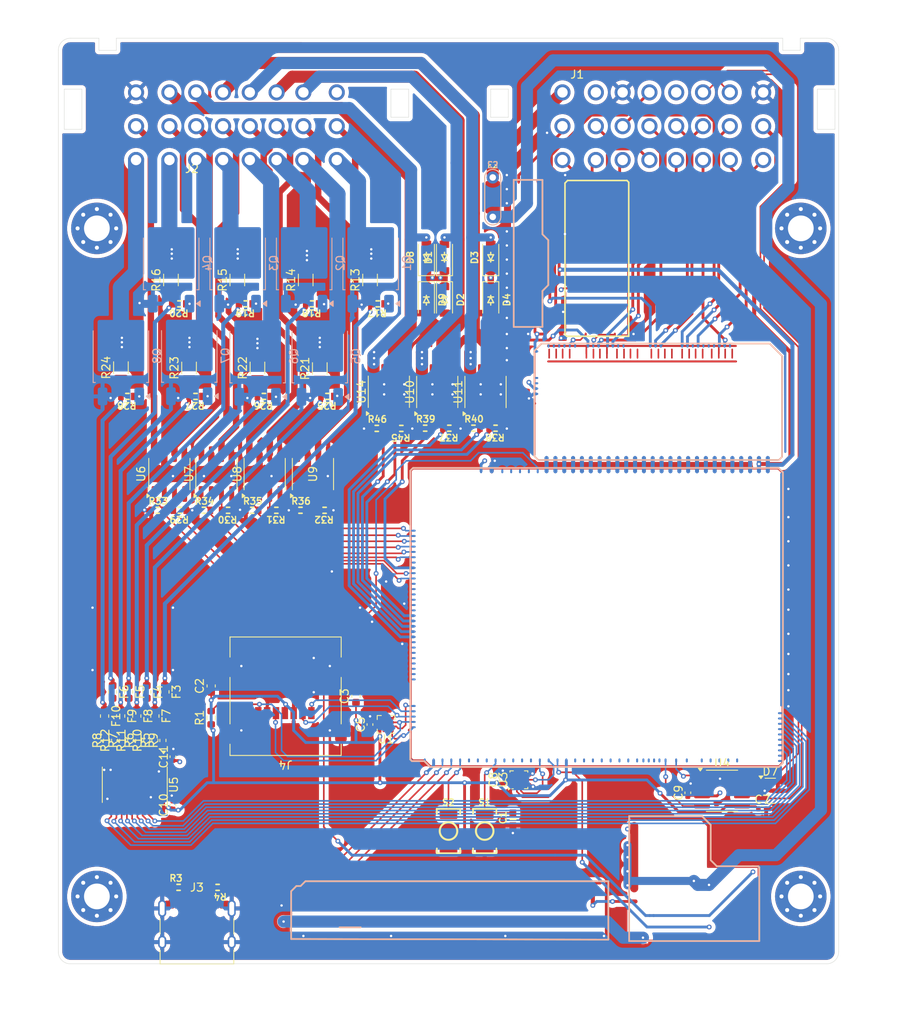
<source format=kicad_pcb>
(kicad_pcb (version 20241229) (generator "pcbnew") (generator_version "9.0")
  (layers (0 "F.Cu" signal) (4 "In1.Cu" signal) (6 "In2.Cu" signal) (2 "B.Cu" signal) (13 "F.Paste" user) (15 "B.Paste" user) (5 "F.SilkS" user "F.Silkscreen") (7 "B.SilkS" user "B.Silkscreen") (1 "F.Mask" user) (3 "B.Mask" user) (25 "Edge.Cuts" user))
  (net 0 "")
  (net 1 "/Ignition/IN1")
  (net 2 "/Ignition/IN2")
  (net 3 "/Ignition/IN3")
  (net 4 "Net-(F3-Pad1)")
  (net 5 "/Ignition/IN4")
  (net 6 "Net-(F4-Pad1)")
  (net 7 "/Ignition/IN5")
  (net 8 "Net-(F5-Pad1)")
  (net 9 "Net-(F6-Pad1)")
  (net 10 "/Ignition/IN6")
  (net 11 "/Ignition/IN7")
  (net 12 "Net-(F7-Pad1)")
  (net 13 "Net-(F8-Pad1)")
  (net 14 "/Ignition/IN8")
  (net 15 "/IN_IAT")
  (net 16 "/IN_CLT")
  (net 17 "Net-(Q1-G)")
  (net 18 "GND")
  (net 19 "Net-(Q2-G)")
  (net 20 "Net-(Q3-G)")
  (net 21 "Net-(Q4-G)")
  (net 22 "Net-(Q5-G)")
  (net 23 "Net-(Q6-G)")
  (net 24 "Net-(Q7-G)")
  (net 25 "Net-(Q8-G)")
  (net 26 "/Injection/IN1")
  (net 27 "/Injection/IN2")
  (net 28 "/Injection/IN3")
  (net 29 "/Injection/IN4")
  (net 30 "/Injection/IN6")
  (net 31 "/Injection/IN5")
  (net 32 "/Injection/IN8")
  (net 33 "/Injection/IN7")
  (net 34 "/USB-")
  (net 35 "/USB+")
  (net 36 "/OUT_LS1")
  (net 37 "+12V_RAW")
  (net 38 "/OUT_LS2")
  (net 39 "/OUT_LS3")
  (net 40 "/OUT_LS4")
  (net 41 "/VIGN")
  (net 42 "/VBAT")
  (net 43 "+5VA")
  (net 44 "+12V_KEY")
  (net 45 "+3.3V")
  (net 46 "+5V")
  (net 47 "GNDA")
  (net 48 "Net-(F9-Pad1)")
  (net 49 "Net-(F10-Pad1)")
  (net 50 "/OUT_LS5")
  (net 51 "/USB_VBUS")
  (net 52 "/OUT_LS6")
  (net 53 "/LS6/IN2")
  (net 54 "+3V3_IGN")
  (net 55 "+5V_IGN")
  (net 56 "/LS6/IN6")
  (net 57 "/BARO_SDA")
  (net 58 "/SPI1_MOSI")
  (net 59 "/CAN1_RX")
  (net 60 "/BARO_SCL")
  (net 61 "/SPI1_MISO")
  (net 62 "/CAN1_TX")
  (net 63 "/SD_CS")
  (net 64 "/IN_CRANK_NEGATIVE")
  (net 65 "/IN_CAM_PRIMARY")
  (net 66 "/IN_CRANK_PRIMARY")
  (net 67 "/IN_CAM_NEGATIVE")
  (net 68 "/IN_MAP")
  (net 69 "/IN_TPS_1")
  (net 70 "/IN_KNOCK")
  (net 71 "/VREF1")
  (net 72 "/IN_TPS_2")
  (net 73 "/IN_AC_CLUTCH")
  (net 74 "/BT_UART_RX")
  (net 75 "/IGN_1")
  (net 76 "/IGN_3")
  (net 77 "/IGN_2")
  (net 78 "/IGN_8")
  (net 79 "/IGN_6")
  (net 80 "/IGN_5")
  (net 81 "/IGN_7")
  (net 82 "/IGN_4")
  (net 83 "/INJ_8")
  (net 84 "/INJ_7")
  (net 85 "/INJ_2")
  (net 86 "/INJ_5")
  (net 87 "/INJ_3")
  (net 88 "/INJ_1")
  (net 89 "/INJ_4")
  (net 90 "/INJ_6")
  (net 91 "/ACC_CS")
  (net 92 "/BT_UART_TX")
  (net 93 "/SPI1_SCK")
  (net 94 "/IN_PPS1")
  (net 95 "/IN_PPS2")
  (net 96 "/IN_O2S")
  (net 97 "/IN_O2S2")
  (net 98 "/CAN_N")
  (net 99 "/CAN_P")
  (net 101 "/LS6/IN4")
  (net 102 "/LS6/IN1")
  (net 104 "/LS6/IN3")
  (net 106 "/LS6/IN5")
  (net 113 "Net-(M1D-nReset)")
  (net 114 "Net-(F3-Pad2)")
  (net 115 "Net-(F4-Pad2)")
  (net 116 "Net-(F5-Pad2)")
  (net 117 "Net-(F6-Pad2)")
  (net 118 "Net-(F7-Pad2)")
  (net 119 "Net-(F8-Pad2)")
  (net 120 "Net-(F9-Pad2)")
  (net 121 "Net-(F10-Pad2)")
  (net 124 "Net-(J3-CC1)")
  (net 126 "Net-(J3-CC2)")
  (net 128 "Net-(M1C-IN_MAP1)")
  (net 132 "Net-(M1C-IN_O2S)")
  (net 133 "Net-(M1C-IN_MAP2)")
  (net 134 "Net-(M1C-IN_DIG6)")
  (net 140 "Net-(M1C-IN_DIG2)")
  (net 143 "Net-(M1C-IN_MAP3)")
  (net 144 "Net-(M1C-IN_DIG5)")
  (net 150 "Net-(M1C-IN_TPS)")
  (net 152 "Net-(M1C-IN_O2S2)")
  (net 158 "Net-(M1C-IN_AN_DIG3)")
  (net 160 "Net-(M1C-IN_DIG7)")
  (net 164 "Net-(M1D-BOOT0)")
  (net 166 "Net-(M1C-IN_AUX1)")
  (net 167 "Net-(M1C-IN_AN_DIG1)")
  (net 169 "Net-(M1C-IN_AN_DIG2)")
  (net 171 "Net-(M1C-IN_DIG4)")
  (net 173 "Net-(M1C-IN_KNOCK)")
  (net 176 "Net-(M1C-IN_AUX4)")
  (net 183 "Net-(M1C-IN_AUX2)")
  (net 184 "Net-(M1C-IN_AUX3)")
  (net 186 "Net-(M1C-IN_DIG1)")
  (net 187 "Net-(M1C-IN_IAT)")
  (net 189 "Net-(M1C-IN_CLT)")
  (net 191 "Net-(M1C-IN_PPS)")
  (net 192 "Net-(M1C-IN_DIG3)")
  (net 193 "+12V_IN")
  (net 194 "Net-(M3-OUT_VR1)")
  (net 195 "Net-(M3-OUT_VR2)")
  (net 196 "Net-(M4-OUT_KNOCK)")
  (net 232 "Net-(U5-A2)")
  (net 233 "Net-(U5-A4)")
  (net 234 "Net-(U5-A6)")
  (net 235 "Net-(U5-A8)")
  (net 236 "Net-(U5-A1)")
  (net 237 "Net-(U5-A3)")
  (net 238 "Net-(U5-A5)")
  (net 239 "Net-(U5-A7)")
  (net 252 "+12V_PROT")
  (footprint "hellen-one-common:SOD-123" (layer "F.Cu") (at 117.5 62 -90)
    (property "Reference" "D2")
    (property "Value" "B5819W" (hide yes))
  )
  (footprint "Package_TO_SOT_SMD:SOT-23" (layer "F.Cu") (at 158 123)
    (property "Reference" "D7")
    (property "Value" "PESD1CAN")
  )
  (footprint "MountingHole:MountingHole_3.2mm_M3_Pad_Via" (layer "F.Cu") (at 161.793329 136.124743)
    (property "Reference" "H4" (hide yes))
    (property "Value" "M3" (hide yes))
  )
  (footprint "hellen-one-mcu-0.7:mcu" (layer "F.Cu") (at 159.675003 82.777909 180)
    (property "Reference" "M1" (hide yes))
    (property "Value" "Module-mcu-0.7" (hide yes))
  )
  (footprint "Resistor_SMD:R_0402_1005Metric" (layer "F.Cu") (at 80.5 116.74 90)
    (property "Reference" "R10")
    (property "Value" "10")
  )
  (footprint "Package_SO:SOIC-8_3.9x4.9mm_P1.27mm" (layer "F.Cu") (at 116.6 73.45 90)
    (property "Reference" "U10")
    (property "Value" "VNLD5160TR-E")
  )
  (footprint "Capacitor_SMD:C_0603_1608Metric" (layer "F.Cu") (at 106.5 111.25 90)
    (property "Reference" "C3")
    (property "Value" "22u")
  )
  (footprint "Resistor_SMD:R_1206_3216Metric" (layer "F.Cu") (at 94.25 70.4625 90)
    (property "Reference" "R22")
    (property "Value" "0")
  )
  (footprint "Fuse:Fuse_0603_1608Metric" (layer "F.Cu") (at 75.25 113.7125 -90)
    (property "Reference" "F10")
    (property "Value" "50mA")
  )
  (footprint "hellen-one-common:R0603" (layer "F.Cu") (at 123.85 77.95 180)
    (property "Reference" "R38")
    (property "Value" "4.7k" (hide yes))
  )
  (footprint "hellen-one-common:R0603" (layer "F.Cu") (at 84.6 88.15 180)
    (property "Reference" "R29")
    (property "Value" "4.7k" (hide yes))
  )
  (footprint "Resistor_SMD:R_0402_1005Metric" (layer "F.Cu") (at 78.5 116.74 90)
    (property "Reference" "R11")
    (property "Value" "10")
  )
  (footprint "Capacitor_SMD:C_0402_1005Metric" (layer "F.Cu") (at 83.75 124.77 90)
    (property "Reference" "C10")
    (property "Value" "100n")
  )
  (footprint "Resistor_SMD:R_1206_3216Metric" (layer "F.Cu") (at 91.75 59.5375 90)
    (property "Reference" "R15")
    (property "Value" "0")
  )
  (footprint "hellen-one-common:R0603" (layer "F.Cu") (at 115.1 77.95)
    (property "Reference" "R39")
    (property "Value" "4.7k" (hide yes))
  )
  (footprint "Resistor_SMD:R_0402_1005Metric" (layer "F.Cu") (at 75.5 116.74 90)
    (property "Reference" "R8")
    (property "Value" "10")
  )
  (footprint "hellen-one-power5-0.2:power5" (layer "F.Cu") (at 137.962501 134.137501 180)
    (property "Reference" "M5" (hide yes))
    (property "Value" "Module-power5-0.2" (hide yes))
  )
  (footprint "Fuse:Fuse_0603_1608Metric" (layer "F.Cu") (at 81.5 113.7125 -90)
    (property "Reference" "F7")
    (property "Value" "50mA")
  )
  (footprint "Package_SO:SOIC-8_3.9x4.9mm_P1.27mm" (layer "F.Cu") (at 122.6 73.45 90)
    (property "Reference" "U11")
    (property "Value" "VNLD5160TR-E")
  )
  (footprint "hellen-one-power12-0.2:power12" (layer "F.Cu") (at 156.725 126.049996 180)
    (property "Reference" "M2" (hide yes))
    (property "Value" "Module-power12-0.2" (hide yes))
  )
  (footprint "hellen-one-common:SOD-123" (layer "F.Cu") (at 123.25 56.75 90)
    (property "Reference" "D3")
    (property "Value" "B5819W" (hide yes))
  )
  (footprint "hellen-one-input-0.1:input" (layer "F.Cu") (at 159.562502 67.331532 180)
    (property "Reference" "M6" (hide yes))
    (property "Value" "Module-input-0.1" (hide yes))
  )
  (footprint "hellen-one-common:R0603" (layer "F.Cu") (at 92.8 62.5 180)
    (property "Reference" "R19")
    (property "Value" "22" (hide yes))
  )
  (footprint "Capacitor_SMD:C_0402_1005Metric" (layer "F.Cu") (at 147.75 123.25 90)
    (property "Reference" "C9")
    (property "Value" "100n")
  )
  (footprint "MountingHole:MountingHole_3.2mm_M3_Pad_Via" (layer "F.Cu") (at 161.793329 53.124743)
    (property "Reference" "H2" (hide yes))
    (property "Value" "M3" (hide yes))
  )
  (footprint "Resistor_SMD:R_1206_3216Metric" (layer "F.Cu") (at 102 70.5375 90)
    (property "Reference" "R21")
    (property "Value" "0")
  )
  (footprint "Connector_Automotive:Delphi_Sicma_24_Black" (layer "F.Cu") (at 144.64217 28.728302 180)
    (property "Reference" "J1")
    (property "Value" "CONN_INPUTS" (hide yes))
  )
  (footprint "hellen-one-common:R0603" (layer "F.Cu") (at 118.1 77.95 180)
    (property "Reference" "R37")
    (property "Value" "4.7k" (hide yes))
  )
  (footprint "Fuse:Fuse_0603_1608Metric" (layer "F.Cu") (at 79.25 113.7125 -90)
    (property "Reference" "F8")
    (property "Value" "50mA")
  )
  (footprint "Package_SO:SOIC-8_3.9x4.9mm_P1.27mm" (layer "F.Cu") (at 89.15 83.65 90)
    (property "Reference" "U7")
    (property "Value" "VNLD5160TR-E" (hide yes))
  )
  (footprint "hellen-one-common:R0603" (layer "F.Cu") (at 86.55 74 180)
    (property "Reference" "R27")
    (property "Value" "22" (hide yes))
  )
  (footprint "Resistor_SMD:R_0603_1608Metric" (layer "F.Cu") (at 88.5 113.925 90)
    (property "Reference" "R1")
    (property "Value" "33k")
  )
  (footprint "hellen-one-common:C0603" (layer "F.Cu") (at 126 126.540001 90)
    (property "Reference" "C1")
    (property "Value" "100n" (hide yes))
  )
  (footprint "Capacitor_SMD:C_0603_1608Metric" (layer "F.Cu") (at 88.5 109.975 90)
    (property "Reference" "C2")
    (property "Value" "22u")
  )
  (footprint "kicad6-libraries:USB_C" (layer "F.Cu") (at 86.730954 140.725)
    (property "Reference" "J3")
    (property "Value" "USB_C")
  )
  (footprint "Resistor_SMD:R_0402_1005Metric" (layer "F.Cu") (at 82.5 116.74 90)
    (property "Reference" "R9")
    (property "Value" "10")
  )
  (footprint "hellen-one-vr-0.1:vr" (layer "F.Cu") (at 140.503415 66.824999 90)
    (property "Reference" "M3" (hide yes))
    (property "Value" "Module-vr-0.1" (hide yes))
  )
  (footprint "Fuse:Fuse_0603_1608Metric" (layer "F.Cu") (at 82.75 110.7125 -90)
    (property "Reference" "F3")
    (property "Value" "50mA")
  )
  (footprint "hellen-one-common:R0603" (layer "F.Cu") (at 99.6 88.15)
    (property "Reference" "R36")
    (property "Value" "4.7k" (hide yes))
  )
  (footprint "hellen-one-common:R0603" (layer "F.Cu") (at 81.85 88.15)
    (property "Reference" "R33")
    (property "Value" "4.7k" (hide yes))
  )
  (footprint "hellen-one-common:R0603" (layer "F.Cu") (at 87.6 88.15)
    (property "Reference" "R34")
    (property "Value" "4.7k" (hide yes))
  )
  (footprint "Connector_Automotive:Delphi_Sicma_24_Black" (layer "F.Cu") (at 91.636578 28.728302 180)
    (property "Reference" "J2")
    (property "Value" "CONN_OUTPUTS")
  )
  (footprint "Connector_Card:microSD_HC_Molex_47219-2001" (layer "F.Cu") (at 97.75 111.25 180)
    (property "Reference" "J4")
    (property "Value" "Micro_SD_Card")
  )
  (footprint "hellen-one-common:R0603" (layer "F.Cu") (at 89.3 135 180)
    (property "Reference" "R4")
    (property "Value" "5.6k" (hide yes))
  )
  (footprint "hellen-one-common:SMD-2_2.9x3.9x1.7" (layer "F.Cu") (at 118 128 -90)
    (property "Reference" "S2")
    (property "Value" "Button_SPST" (hide yes))
  )
  (footprint "Package_SO:SOIC-8_3.9x4.9mm_P1.27mm" (layer "F.Cu") (at 152 123)
    (property "Reference" "U4")
    (property "Value" "TJA1051T-3")
  )
  (footprint "hellen-one-common:SOD-123" (layer "F.Cu") (at 115.25 62 -90)
    (property "Reference" "D9")
    (property "Value" "B5819W" (hide yes))
  )
  (footprint "hellen-one-common:R0603" (layer "F.Cu") (at 112.135 77.975 180)
    (property "Reference" "R45")
    (property "Value" "4.7k" (hide yes))
  )
  (footprint "Capacitor_SMD:C_0402_1005Metric" (layer "F.Cu") (at 83.75 118.77 90)
    (property "Reference" "C11")
    (property "Value" "100n")
  )
  (footprint "Resistor_SMD:R_1206_3216Metric" (layer "F.Cu") (at 83.5 59.5375 90)
    (property "Reference" "R16")
    (property "Value" "0")
  )
  (footprint "Package_SO:SOIC-8_3.9x4.9mm_P1.27mm" (layer "F.Cu") (at 83.305 83.65 90)
    (property "Reference" "U6")
    (property "Value" "VNLD5160TR-E" (hide yes))
  )
  (footprint "hellen-one-common:R0603" (layer "F.Cu") (at 90.6 88.15 180)
    (property "Reference" "R30")
    (property "Value" "4.7k" (hide yes))
  )
  (footprint "hellen-one-common:R0603" (layer "F.Cu") (at 95.05 74 180)
    (property "Reference" "R26")
    (property "Value" "22" (hide yes))
  )
  (footprint "hellen-one-common:SOD-123" (layer "F.Cu") (at 115.25 56.75 90)
    (property "Reference" "D8")
    (property "Value" "B5819W" (hide yes))
  )
  (footprint "Resistor_SMD:R_0402_1005Metric" (layer "F.Cu") (at 76.5 116.74 90)
    (property "Reference" "R12")
    (property "Value" "10")
  )
  (footprint "Resistor_SMD:R_0402_1005Metric" (layer "F.Cu") (at 79.5 116.74 90)
    (property "Reference" "R6")
    (property "Value" "10")
  )
  (footprint "hellen-one-common:R0603" (layer "F.Cu") (at 102.6 88.15 180)
    (property "Reference" "R32")
    (property "Value" "4.7k" (hide yes))
  )
  (footprint "Package_SO:SOIC-8_3.9x4.9mm_P1.27mm" (layer "F.Cu") (at 110.585 73.425 90)
    (property "Reference" "U14")
    (property "Value" "VNLD5160TR-E")
  )
  (footprint "Capacitor_SMD:C_0402_1005Metric" (layer "F.Cu") (at 157 125.25)
    (property "Reference" "C7")
    (property "Value" "100n")
  )
  (footprint "hellen-one-common:R0603" (layer "F.Cu") (at 78.08 74 180)
    (property "Reference" "R28")
    (property "Value" "22" (hide yes))
  )
  (footprint "Fuse:Fuse_0603_1608Metric" (layer "F.Cu") (at 76.25 110.7125 -90)
    (property "Reference" "F6")
    (property "Value" "50mA")
  )
  (footprint "Package_LGA:ST_HLGA-10_2x2mm_P0.5mm_LayoutBorder3x2y" (layer "F.Cu") (at 126.75 121.632174 90)
    (property "Reference" "U3")
    (property "Value" "LPS22HB")
  )
  (footprint "Resistor_SMD:R_1206_3216Metric" (layer "F.Cu") (at 100.25 59.5375 90)
    (property "Reference" "R14")
    (property "Value" "0")
  )
  (footprint "Fuse:Fuse_0603_1608Metric" (layer "F.Cu") (at 78.25 110.7125 -90)
    (property "Reference" "F5")
    (property "Value" "50mA")
  )
  (footprint "hellen-one-common:LGA-12_2x2mm_P0.5mm" (layer "F.Cu") (at 110.2375 114.75 180)
    (property "Reference" "U1")
    (property "Value" "LIS2DW12TR")
  )
  (footprint "hellen-one-common:R0603" (layer "F.Cu") (at 84.55 62.5 180)
    (property "Reference" "R20")
    (property "Value" "22" (hide yes))
  )
  (footprint "Fuse:Fuse_0603_1608Metric" (layer "F.Cu") (at 80.5 110.7125 -90)
    (property "Reference" "F4")
    (property "Value" "50mA")
  )
  (footprint "Package_SO:SOIC-8_3.9x4.9mm_P1.27mm" (layer "F.Cu") (at 101.15 83.65 90)
    (property "Reference" "U9")
    (property "Value" "VNLD5160TR-E")
  )
  (footprint "Capacitor_SMD:C_0402_1005Metric" (layer "F.Cu") (at 124.7375 121.632174 90)
    (property "Reference" "C8")
    (property "Value" "100n")
  )
  (footprint "Resistor_SMD:R_0402_1005Metric" (layer "F.Cu") (at 77.5 116.74 90)
    (property "Reference" "R7")
    (property "Value" "10")
  )
  (footprint "Fuse:Fuse_0603_1608Metric" (layer "F.Cu") (at 77.25 113.7125 -90)
    (property "Reference" "F9")
    (property "Value" "50mA")
  )
  (footprint "hellen-one-common:R0603" (layer "F.Cu") (at 109.085 77.975)
    (property "Reference" "R46")
    (property "Value" "4.7k" (hide yes))
  )
  (footprint "hellen-one-common:R0603" (layer "F.Cu") (at 101.05 62.5 180)
    (property "Reference" "R18")
    (property "Value" "22" (hide yes))
  )
  (footprint "Resistor_SMD:R_1206_3216Metric" (layer "F.Cu") (at 77.28 70.4225 90)
    (property "Reference" "R24")
    (property "Value" "0")
  )
  (footprint "MountingHole:MountingHole_3.2mm_M3_Pad_Via" (layer "F.Cu") (at 74.293329 53.124743)
    (property "Reference" "H1" (hide yes))
    (property "Value" "M3" (hide yes))
  )
  (footprint "Package_SO:TSSOP-24_4.4x7.8mm_P0.65mm" (layer "F.Cu") (at 79 122.25 -90)
    (property "Reference" "U5")
    (property "Value" "SN74LVC4245APWR")
  )
  (footprint "Resistor_SMD:R_1206_3216Metric" (layer "F.Cu") (at 108.25 59.5375 90)
    (property "Reference" "R13")
    (property "Value" "0")
  )
  (footprint "Package_SO:SOIC-8_3.9x4.9mm_P1.27mm" (layer "F.Cu") (at 95.15 83.65 90)
    (property "Reference" "U8")
    (property "Value" "VNLD5160TR-E")
  )
  (footprint "hellen-one-common:R0603" (layer "F.Cu") (at 102.95 74 180)
    (property "Reference" "R25")
    (property "Value" "22" (hide yes))
  )
  (footprint "hellen-one-common:PAD-1206-PAD" (layer "F.Cu") (at 123.5 49.25 -90)
    (property "Reference" "F2")
    (property "Value" "12H1500D" (hide yes))
  )
  (footprint "MountingHole:MountingHole_3.2mm_M3_Pad_Via" (layer "F.Cu") (at 74.293329 136.124743)
    (property "Reference" "H3" (hide yes))
    (property "Value" "M3" (hide yes))
  )
  (footprint "Resistor_SMD:R_0402_1005Metric" (layer "F.Cu") (at 81.5 116.74 90)
    (property "Reference" "R5")
    (property "Value" "10")
  )
  (footprint "hellen-one-knock-0.1:knock" (layer "F.Cu") (at 126 47 -90)
    (property "Reference" "M4" (hide yes))
    (property "Value" "Module-knock-0.1" (hide yes))
  )
  (footprint "hellen-one-common:R0603" (layer "F.Cu") (at 84.45 135)
    (property "Reference" "R3")
    (property "Value" "5.6k" (hide yes))
  )
  (footprint "hellen-one-common:R0603" (layer "F.Cu") (at 121.1 77.95)
    (property "Reference" "R40")
    (property "Value" "4.7k" (hide yes))
  )
  (footprint "hellen-one-common:SMD-2_2.9x3.9x1.7" (layer "F.Cu") (at 122.5 128 -90)
    (property "Reference" "S1")
    (property "Value" "Button_SPST" (hide yes))
  )
  (footprint "Resistor_SMD:R_1206_3216Metric" (layer "F.Cu") (at 85.75 70.4625 90)
    (property "Reference" "R23")
    (property "Value" "0")
  )
  (footprint "Capacitor_SMD:C_0402_1005Metric" (layer "F.Cu") (at 108.2375 114.77 90)
    (property "Reference" "C5")
    (property "Value" "100n")
  )
  (footprint "hellen-one-common:R0603" (layer "F.Cu") (at 93.6 88.15)
    (property "Reference" "R35")
    (property "Value" "4.7k" (hide yes))
  )
  (footprint "hellen-one-common:SOD-123" (layer "F.Cu") (at 123.25 62 -90)
    (property "Reference" "D4")
    (property "Value" "B5819W" (hide yes))
  )
  (footprint "hellen-one-common:R0603" (layer "F.Cu") (at 109.2 62.5 180)
    (property "Reference" "R17")
    (property "Value" "22" (hide yes))
  )
  (footprint "hellen-one-common:R0603" (layer "F.Cu") (at 96.6 88.15 180)
    (property "Reference" "R31")
    (property "Value" "4.7k" (hide yes))
  )
  (footprint "hellen-one-common:SOD-123" (layer "F.Cu") (at 117.5 56.75 90)
    (property "Reference" "D1")
    (property "Value" "B5819W" (hide yes))
  )
  (footprint "Package_TO_SOT_SMD:TO-252-2" (layer "B.Cu") (at 77.28 68.96 90)
    (property "Reference" "Q8")
    (property "Value" "ISL9V3040D3ST")
  )
  (footprint "Package_TO_SOT_SMD:TO-252-2" (layer "B.Cu") (at 83.53 57.435 90)
    (property "Reference" "Q4")
    (property "Value" "ISL9V3040D3ST")
  )
  (footprint "Package_TO_SOT_SMD:TO-252-2" (layer "B.Cu") (at 100.06 57.435 90)
    (property "Reference" "Q2")
    (property "Value" "ISL9V3040D3ST")
  )
  (footprint "Package_TO_SOT_SMD:TO-252-2" (layer "B.Cu") (at 102 69.01 90)
    (property "Reference" "Q5")
    (property "Value" "ISL9V3040D3ST")
  )
  (footprint "Package_TO_SOT_SMD:TO-252-2" (layer "B.Cu") (at 94.275 69.01 90)
    (property "Reference" "Q6")
    (property "Value" "ISL9V3040D3ST")
  )
  (footprint "Package_TO_SOT_SMD:TO-252-2" (layer "B.Cu") (at 108.325 57.435 90)
    (property "Reference" "Q1")
    (property "Value" "ISL9V3040D3ST")
  )
  (footprint "Package_TO_SOT_SMD:TO-252-2" (layer "B.Cu") (at 85.775 68.935 90)
    (property "Reference" "Q7")
    (property "Value" "ISL9V3040D3ST")
  )
  (footprint "Package_TO_SOT_SMD:TO-252-2" (layer "B.Cu") (at 91.795 57.435 90)
    (property "Reference" "Q3")
    (property "Value" "ISL9V3040D3ST")
  )
  (gr_line (start 98.65 88.15) (end 97.4 88.15) (stroke (width 0.2)) (layer "F.Cu") (net 18))
  (gr_line (start 70.24 35.83) (end 72.43 35.83) (stroke (width 0.05)) (layer "Edge.Cuts"))
  (gr_line (start 74.55 29.5) (end 71 29.5) (stroke (width 0.05)) (layer "Edge.Cuts"))
  (gr_line (start 163.85 35.83) (end 166.04994 35.83) (stroke (width 0.05)) (layer "Edge.Cuts"))
  (gr_arc (start 166.5 143) (mid 166.06066 144.06066) (end 165 144.5) (stroke (width 0.05)) (layer "Edge.Cuts"))
  (gr_arc (start 69.5 31) (mid 69.93934 29.93934) (end 71 29.5) (stroke (width 0.05)) (layer "Edge.Cuts"))
  (gr_line (start 125.44 39.32) (end 123.24 39.32) (stroke (width 0.05)) (layer "Edge.Cuts"))
  (gr_arc (start 165 29.5) (mid 166.06066 29.93934) (end 166.5 31) (stroke (width 0.05)) (layer "Edge.Cuts"))
  (gr_line (start 166.04994 35.83) (end 166.04 40.82) (stroke (width 0.05)) (layer "Edge.Cuts"))
  (gr_line (start 163.85 40.82) (end 163.85 35.83) (stroke (width 0.05)) (layer "Edge.Cuts"))
  (gr_line (start 76.71 29.498158) (end 159.55 29.5) (stroke (width 0.05)) (layer "Edge.Cuts"))
  (gr_line (start 110.84 35.83) (end 113.05 35.83) (stroke (width 0.05)) (layer "Edge.Cuts"))
  (gr_line (start 125.44 35.83) (end 125.44 39.32) (stroke (width 0.05)) (layer "Edge.Cuts"))
  (gr_line (start 72.43 40.82) (end 70.24 40.82) (stroke (width 0.05)) (layer "Edge.Cuts"))
  (gr_line (start 159.55 31) (end 161.73 31) (stroke (width 0.05)) (layer "Edge.Cuts"))
  (gr_line (start 159.55 29.5) (end 159.55 31) (stroke (width 0.05)) (layer "Edge.Cuts"))
  (gr_line (start 165 144.5) (end 71 144.5) (stroke (width 0.05)) (layer "Edge.Cuts"))
  (gr_line (start 166.5 31) (end 166.5 143) (stroke (width 0.05)) (layer "Edge.Cuts"))
  (gr_line (start 70.24 40.82) (end 70.24 35.83) (stroke (width 0.05)) (layer "Edge.Cuts"))
  (gr_arc (start 71 144.5) (mid 69.93934 144.06066) (end 69.5 143) (stroke (width 0.05)) (layer "Edge.Cuts"))
  (gr_line (start 69.5 143) (end 69.5 31) (stroke (width 0.05)) (layer "Edge.Cuts"))
  (gr_line (start 161.73 29.498159) (end 165 29.5) (stroke (width 0.05)) (layer "Edge.Cuts"))
  (gr_line (start 113.05 39.32) (end 110.84 39.32) (stroke (width 0.05)) (layer "Edge.Cuts"))
  (gr_line (start 123.24 39.32) (end 123.25 35.83) (stroke (width 0.05)) (layer "Edge.Cuts"))
  (gr_line (start 161.73 31) (end 161.73 29.498159) (stroke (width 0.05)) (layer "Edge.Cuts"))
  (gr_line (start 110.84 39.32) (end 110.84 35.83) (stroke (width 0.05)) (layer "Edge.Cuts"))
  (gr_line (start 76.71 31.01) (end 76.71 29.498158) (stroke (width 0.05)) (layer "Edge.Cuts"))
  (gr_line (start 166.04 40.82) (end 163.85 40.82) (stroke (width 0.05)) (layer "Edge.Cuts"))
  (gr_line (start 123.25 35.83) (end 125.44 35.83) (stroke (width 0.05)) (layer "Edge.Cuts"))
  (gr_line (start 74.55 29.5) (end 74.55 31.01) (stroke (width 0.05)) (layer "Edge.Cuts"))
  (gr_line (start 113.05 35.83) (end 113.05 39.32) (stroke (width 0.05)) (layer "Edge.Cuts"))
  (gr_line (start 72.43 35.83) (end 72.43 40.82) (stroke (width 0.05)) (layer "Edge.Cuts"))
  (gr_line (start 74.55 31.01) (end 76.71 31.01) (stroke (width 0.05)) (layer "Edge.Cuts"))
  (segment (start 80.625 125.1125) (end 80.625 125.875) (width 0.2) (layer "F.Cu") (net 1))
  (segment (start 80.625 125.875) (end 81.5 126.75) (width 0.2) (layer "F.Cu") (net 1))
  (via (at 81.5 126.75) (size 0.6) (drill 0.3) (layers "F.Cu" "B.Cu") (net 1))
  (segment (start 160.05 121.683026) (end 157.483026 124.25) (width 0.2) (layer "B.Cu") (net 1))
  (segment (start 159.577917 117.977917) (end 160.05 118.45) (width 0.2) (layer "B.Cu") (net 1))
  (segment (start 87.540198 124.25) (end 85.040198 126.75) (width 0.2) (layer "B.Cu") (net 1))
  (segment (start 85.040198 126.75) (end 81.5 126.75) (width 0.2) (layer "B.Cu") (net 1))
  (segment (start 157.483026 124.25) (end 87.540198 124.25) (width 0.2) (layer "B.Cu") (net 1))
  (segment (start 160.05 118.45) (end 160.05 121.683026) (width 0.2) (layer "B.Cu") (net 1))
  (segment (start 159.200003 117.977917) (end 159.577917 117.977917) (width 0.2) (layer "B.Cu") (net 1))
  (segment (start 79.975 125.1125) (end 79.975 126.075003) (width 0.2) (layer "F.Cu") (net 2))
  (segment (start 79.975 126.075003) (end 80.649997 126.75) (width 0.2) (layer "F.Cu") (net 2))
  (via (at 80.649997 126.75) (size 0.6) (drill 0.3) (layers "F.Cu" "B.Cu") (net 2))
  (segment (start 81.249997 127.35) (end 80.649997 126.75) (width 0.2) (layer "B.Cu") (net 2))
  (segment (start 85.005884 127.35) (end 81.249997 127.35) (width 0.2) (layer "B.Cu") (net 2))
  (segment (start 87.705884 124.65) (end 85.005884 127.35) (width 0.2) (layer "B.Cu") (net 2))
  (segment (start 157.648711 124.65) (end 87.705884 124.65) (width 0.2) (layer "B.Cu") (net 2))
  (segment (start 160.45 118.05) (end 160.45 121.848712) (width 0.2) (layer "B.Cu") (net 2))
  (segment (start 159.717916 117.317916) (end 160.45 118.05) (width 0.2) (layer "B.Cu") (net 2))
  (segment (start 159.200003 117.317916) (end 159.717916 117.317916) (width 0.2) (layer "B.Cu") (net 2))
  (segment (start 160.45 121.848712) (end 157.648711 124.65) (width 0.2) (layer "B.Cu") (net 2))
  (segment (start 79.325 126.275006) (end 79.799994 126.75) (width 0.2) (layer "F.Cu") (net 3))
  (segment (start 79.325 125.1125) (end 79.325 126.275006) (width 0.2) (layer "F.Cu") (net 3))
  (via (at 79.799994 126.75) (size 0.6) (drill 0.3) (layers "F.Cu" "B.Cu") (net 3))
  (segment (start 160.85 117.75) (end 159.757915 116.657915) (width 0.2) (layer "B.Cu") (net 3))
  (segment (start 87.871571 125.05) (end 157.814396 125.050001) (width 0.2) (layer "B.Cu") (net 3))
  (segment (start 79.799994 126.75) (end 80.799994 127.75) (width 0.2) (layer "B.Cu") (net 3))
  (segment (start 157.814396 125.050001) (end 160.85 122.014397) (width 0.2) (layer "B.Cu") (net 3))
  (segment (start 160.85 122.014397) (end 160.85 117.75) (width 0.2) (layer "B.Cu") (net 3))
  (segment (start 80.799994 127.75) (end 85.17157 127.75) (width 0.2) (layer "B.Cu") (net 3))
  (segment (start 159.757915 116.657915) (end 159.200003 116.657915) (width 0.2) (layer "B.Cu") (net 3))
  (segment (start 85.17157 127.75) (end 87.871571 125.05) (width 0.2) (layer "B.Cu") (net 3))
  (segment (start 82.75 109.925) (end 82.75 109) (width 0.5) (layer "F.Cu") (net 4))
  (segment (start 108.25 62.35) (end 108.4 62.5) (width 0.35) (layer "F.Cu") (net 4))
  (segment (start 108.25 63.5) (end 108.25 62.65) (width 0.5) (layer "F.Cu") (net 4))
  (segment (start 108.25 61) (end 108.25 62.35) (width 0.35) (layer "F.Cu") (net 4))
  (segment (start 108.25 62.65) (end 108.4 62.5) (width 0.5) (layer "F.Cu") (net 4))
  (via (at 82.75 109) (size 0.6) (drill 0.3) (layers "F.Cu" "B.Cu") (net 4))
  (via (at 108.25 63.5) (size 0.6) (drill 0.3) (layers "F.Cu" "B.Cu") (net 4))
  (segment (start 106.45 65.3) (end 108.25 63.5) (width 0.5) (layer "B.Cu") (net 4))
  (segment (start 82.75 99.75) (end 106.45 76.05) (width 0.5) (layer "B.Cu") (net 4))
  (segment (start 106.45 76.05) (end 106.45 65.3) (width 0.5) (layer "B.Cu") (net 4))
  (segment (start 82.75 109) (end 82.75 99.75) (width 0.5) (layer "B.Cu") (net 4))
  (segment (start 78.675 126.475009) (end 78.949991 126.75) (width 0.2) (layer "F.Cu") (net 5))
  (segment (start 78.675 125.1125) (end 78.675 126.475009) (width 0.2) (layer "F.Cu") (net 5))
  (via (at 78.949991 126.75) (size 0.6) (drill 0.3) (layers "F.Cu" "B.Cu") (net 5))
  (segment (start 161.25 117.45) (end 161.25 122.180082) (width 0.2) (layer "B.Cu") (net 5))
  (segment (start 157.980081 125.450001) (end 88.037256 125.45) (width 0.2) (layer "B.Cu") (net 5))
  (segment (start 159.200003 115.997914) (end 159.797914 115.997914) (width 0.2) (layer "B.Cu") (net 5))
  (segment (start 85.337255 128.15) (end 80.349991 128.15) (width 0.2) (layer "B.Cu") (net 5))
  (segment (start 161.25 122.180082) (end 157.980081 125.450001) (width 0.2) (layer "B.Cu") (net 5))
  (segment (start 80.349991 128.15) (end 78.949991 126.75) (width 0.2) (layer "B.Cu") (net 5))
  (segment (start 88.037256 125.45) (end 85.337255 128.15) (width 0.2) (layer "B.Cu") (net 5))
  (segment (start 159.797914 115.997914) (end 161.25 117.45) (width 0.2) (layer "B.Cu") (net 5))
  (segment (start 100.25 62.5) (end 100.25 61) (width 0.35) (layer "F.Cu") (net 6))
  (segment (start 80.5 109.925) (end 80.5 109) (width 0.5) (layer "F.Cu") (net 6))
  (segment (start 100 63.25) (end 100.25 63) (width 0.5) (layer "F.Cu") (net 6))
  (segment (start 100.25 63) (end 100.25 62.5) (width 0.5) (layer "F.Cu") (net 6))
  (via (at 80.5 109) (size 0.6) (drill 0.3) (layers "F.Cu" "B.Cu") (net 6))
  (via (at 100 63.25) (size 0.6) (drill 0.3) (layers "F.Cu" "B.Cu") (net 6))
  (segment (start 80.5 109) (end 80.5 92.5) (width 0.5) (layer "B.Cu") (net 6))
  (segment (start 98 65.075) (end 99.825 63.25) (width 0.5) (layer "B.Cu") (net 6))
  (segment (start 80.5 92.5) (end 98 75) (width 0.5) (layer "B.Cu") (net 6))
  (segment (start 99.825 63.25) (end 100 63.25) (width 0.5) (layer "B.Cu") (net 6))
  (segment (start 98 75) (end 98 65.075) (width 0.5) (layer "B.Cu") (net 6))
  (segment (start 78.025 125.1125) (end 78.025 126.675012) (width 0.2) (layer "F.Cu") (net 7))
  (segment (start 78.025 126.675012) (end 78.099988 126.75) (width 0.2) (layer "F.Cu") (net 7))
  (via (at 78.099988 126.75) (size 0.6) (drill 0.3) (layers "F.Cu" "B.Cu") (net 7))
  (segment (start 85.502942 128.55) (end 88.202943 125.85) (width 0.2) (layer "B.Cu") (net 7))
  (segment (start 79.899988 128.55) (end 85.502942 128.55) (width 0.2) (layer "B.Cu") (net 7))
  (segment (start 158.145766 125.850002) (end 161.65 122.345768) (width 0.2) (layer "B.Cu") (net 7))
  (segment (start 78.099988 126.75) (end 79.899988 128.55) (width 0.2) (layer "B.Cu") (net 7))
  (segment (start 88.202943 125.85) (end 158.145766 125.850002) (width 0.2) (layer "B.Cu") (net 7))
  (segment (start 161.65 122.345768) (end 161.65 117.25) (width 0.2) (layer "B.Cu") (net 7))
  (segment (start 159.737912 115.337912) (end 159.200003 115.337912) (width 0.2) (layer "B.Cu") (net 7))
  (segment (start 161.65 117.25) (end 159.737912 115.337912) (width 0.2) (layer "B.Cu") (net 7))
  (segment (start 78.25 109.925) (end 78.25 109) (width 0.5) (layer "F.Cu") (net 8))
  (segment (start 91.8 61.05) (end 91.75 61) (width 0.5) (layer "F.Cu") (net 8))
  (segment (start 91.8 63.2) (end 91.8 61.05) (width 0.5) (layer "F.Cu") (net 8))
  (via (at 78.25 109) (size 0.6) (drill 0.3) (layers "F.Cu" "B.Cu") (net 8))
  (via (at 91.8 63.2) (size 0.6) (drill 0.3) (layers "F.Cu" "B.Cu") (net 8))
  (segment (start 90 65) (end 91.8 63.2) (width 0.5) (layer "B.Cu") (net 8))
  (segment (start 78.25 87.25) (end 90 75.5) (width 0.5) (layer "B.Cu") (net 8))
  (segment (start 78.25 109) (end 78.25 87.25) (width 0.5) (layer "B.Cu") (net 8))
  (segment (start 90 75.5) (end 90 65) (width 0.5) (layer "B.Cu") (net 8))
  (segment (start 83.25 63) (end 83.5 62.75) (width 0.5) (layer "F.Cu") (net 9))
  (segment (start 83.5 62.75) (end 83.5 61) (width 0.5) (layer "F.Cu") (net 9))
  (segment (start 76.25 109.25) (end 76 109) (width 0.5) (layer "F.Cu") (net 9))
  (segment (start 76.25 109.925) (end 76.25 109.25) (width 0.5) (layer "F.Cu") (net 9))
  (via (at 83.25 63) (size 0.6) (drill 0.3) (layers "F.Cu" "B.Cu") (net 9))
  (via (at 76 109) (size 0.6) (drill 0.3) (layers "F.Cu" "B.Cu") (net 9))
  (segment (start 76 81.5) (end 76 109) (width 0.5) (layer "B.Cu") (net 9))
  (segment (start 81.5 64.8) (end 81.5 76) (width 0.5) (layer "B.Cu") (net 9))
  (segment (start 83.25 63.05) (end 81.5 64.8) (width 0.5) (layer "B.Cu") (net 9))
  (segment (start 81.5 76) (end 76 81.5) (width 0.5) (layer "B.Cu") (net 9))
  (segment (start 83.25 63) (end 83.25 63.05) (width 0.5) (layer "B.Cu") (net 9))
  (segment (start 77.375 125.1125) (end 77.375 126.624985) (width 0.2) (layer "F.Cu") (net 10))
  (segment (start 77.375 126.624985) (end 77.249985 126.75) (width 0.2) (layer "F.Cu") (net 10))
  (via (at 77.249985 126.75) (size 0.6) (drill 0.3) (layers "F.Cu" "B.Cu") (net 10))
  (segment (start 159.666417 114.677911) (end 162.05 117.061494) (width 0.2) (layer "B.Cu") (net 10))
  (segment (start 162.05 122.511453) (end 158.311451 126.250002) (width 0.2) (layer "B.Cu") (net 10))
  (segment (start 162.05 117.061494) (end 162.05 122.511453) (width 0.2) (layer "B.Cu") (net 10))
  (segment (start 88.368628 126.25) (end 85.668627 128.95) (width 0.2) (layer "B.Cu") (net 10))
  (segment (start 159.200003 114.677911) (end 159.666417 114.677911) (width 0.2) (layer "B.Cu") (net 10))
  (segment (start 85.668627 128.95) (end 79.449985 128.95) (width 0.2) (layer "B.Cu") (net 10))
  (segment (start 79.449985 128.95) (end 77.249985 126.75) (width 0.2) (layer "B.Cu") (net 10))
  (segment (start 158.311451 126.250002) (end 88.368628 126.25) (width 0.2) (layer "B.Cu") (net 10))
  (segment (start 76.725 125.1125) (end 76.725 126.355746) (width 0.2) (layer "F.Cu") (net 11))
  (segment (start 76.400789 126.679957) (end 76.400789 126.787019) (width 0.2) (layer "F.Cu") (net 11))
  (segment (start 76.725 126.355746) (end 76.400789 126.679957) (width 0.2) (layer "F.Cu") (net 11))
  (via (at 76.400789 126.787019) (size 0.6) (drill 0.3) (layers "F.Cu" "B.Cu") (net 11))
  (segment (start 88.534314 126.65) (end 85.834312 129.35) (width 0.2) (layer "B.Cu") (net 11))
  (segment (start 162.45 116.877237) (end 162.45 122.677138) (width 0.2) (layer "B.Cu") (net 11))
  (segment (start 158.477136 126.650002) (end 88.534314 126.65) (width 0.2) (layer "B.Cu") (net 11))
  (segment (start 78.96377 129.35) (end 76.400789 126.787019) (width 0.2) (layer "B.Cu") (net 11))
  (segment (start 159.590672 114.017909) (end 162.45 116.877237) (width 0.2) (layer "B.Cu") (net 11))
  (segment (start 162.45 122.677138) (end 158.477136 126.650002) (width 0.2) (layer "B.Cu") (net 11))
  (segment (start 159.200003 114.017909) (end 159.590672 114.017909) (width 0.2) (layer "B.Cu") (net 11))
  (segment (start 85.834312 129.35) (end 78.96377 129.35) (width 0.2) (layer "B.Cu") (net 11))
  (segment (start 102.15 74.6) (end 102.15 74) (width 0.5) (layer "F.Cu") (net 12))
  (segment (start 102.15 72.15) (end 102 72) (width 0.35) (layer "F.Cu") (net 12))
  (segment (start 102.15 74) (end 102.15 72.15) (width 0.35) (layer "F.Cu") (net 12))
  (segment (start 102 74.75) (end 102.15 74.6) (width 0.5) (layer "F.Cu") (net 12))
  (segment (start 81.5 112.925) (end 81.5 112) (width 0.5) (layer "F.Cu") (net 12))
  (via (at 102 74.75) (size 0.6) (drill 0.3) (layers "F.Cu" "B.Cu") (net 12))
  (via (at 81.5 112) (size 0.6) (drill 0.3) (layers "F.Cu" "B.Cu") (net 12))
  (segment (start 81.5 95.25) (end 100.5 76.25) (width 0.5) (layer "B.Cu") (net 12))
  (segment (start 81.5 112) (end 81.5 95.25) (width 0.5) (layer "B.Cu") (net 12))
  (segment (start 100.5 76.25) (end 102 74.75) (width 0.5) (layer "B.Cu") (net 12))
  (segment (start 94.25 74) (end 94.25 71.925) (width 0.35) (layer "F.Cu") (net 13))
  (segment (start 94.25 74.75) (end 94.25 74) (width 0.5) (layer "F.Cu") (net 13))
  (segment (start 79.25 112.925) (end 79.25 112) (width 0.5) (layer "F.Cu") (net 13))
  (via (at 79.25 112) (size 0.6) (drill 0.3) (layers "F.Cu" "B.Cu") (net 13))
  (via (at 94.25 74.75) (size 0.6) (drill 0.3) (layers "F.Cu" "B.Cu") (net 13))
  (segment (start 94.25 75) (end 94.25 74.75) (width 0.5) (layer "B.Cu") (net 13))
  (segment (start 79.25 90) (end 93.25 76) (width 0.5) (layer "B.Cu") (net 13))
  (segment (start 79.25 112) (end 79.25 90) (width 0.5) (layer "B.Cu") (net 13))
  (segment (start 93.25 76) (end 94.25 75) (width 0.5) (layer "B.Cu") (net 13))
  (segment (start 76.075 125.1125) (end 76.075 126.198685) (width 0.2) (layer "F.Cu") (net 14))
  (segment (start 76.075 126.198685) (end 75.553412 126.720273) (width 0.2) (layer "F.Cu") (net 14))
  (via (at 75.553412 126.720273) (size 0.6) (drill 0.3) (layers "F.Cu" "B.Cu") (net 14))
  (segment (start 158.642821 127.050002) (end 88.7 127.05) (width 0.2) (layer "B.Cu") (net 14))
  (segment (start 159.200003 113.357909) (end 159.570536 113.357909) (width 0.2) (layer "B.Cu") (net 14))
  (segment (start 75.553412 126.803412) (end 75.553412 126.720273) (width 0.2) (layer "B.Cu") (net 14))
  (segment (start 78.5 129.75) (end 75.553412 126.803412) (width 0.2) (layer "B.Cu") (net 14))
  (segment (start 88.7 127.05) (end 85.999997 129.75) (width 0.2) (layer "B.Cu") (net 14))
  (segment (start 162.85 122.842823) (end 158.642821 127.050002) (width 0.2) (layer "B.Cu") (net 14))
  (segment (start 85.999997 129.75) (end 78.5 129.75) (width 0.2) (layer "B.Cu") (net 14))
  (segment (start 159.570536 113.357909) (end 162.85 116.637375) (width 0.2) (layer "B.Cu") (net 14))
  (segment (start 162.85 116.637375) (end 162.85 122.842823) (width 0.2) (layer "B.Cu") (net 14))
  (segment (start 148.26117 63.73883) (end 148.26117 41.804302) (width 0.35) (layer "F.Cu") (net 15))
  (segment (start 146.2 65.8) (end 148.26117 63.73883) (width 0.35) (layer "F.Cu") (net 15))
  (segment (start 148.26117 41.804302) (end 149.63717 40.428302) (width 0.35) (layer "F.Cu") (net 15))
  (via (at 146.2 65.8) (size 0.6) (drill 0.3) (layers "F.Cu" "B.Cu") (net 15))
  (segment (start 144.401499 67.69653) (end 144.401499 67.598501) (width 0.35) (layer "B.Cu") (net 15))
  (segment (start 144.401499 67.598501) (end 146.2 65.8) (width 0.35) (layer "B.Cu") (net 15))
  (segment (start 147.68317 41.804302) (end 147.68317 63.11683) (width 0.35) (layer "F.Cu") (net 16))
  (segment (start 146.30717 40.428302) (end 147.68317 41.804302) (width 0.35) (layer "F.Cu") (net 16))
  (segment (start 147.68317 63.11683) (end 145 65.8) (width 0.35) (layer "F.Cu") (net 16))
  (via (at 145 65.8) (size 0.6) (drill 0.3) (layers "F.Cu" "B.Cu") (net 16))
  (segment (start 143.741497 67.058503) (end 145 65.8) (width 0.35) (layer "B.Cu") (net 16))
  (segment (start 143.741497 67.69653) (end 143.741497 67.058503) (width 0.35) (layer "B.Cu") (net 16))
  (segment (start 110.48 62.5) (end 110.505 62.475) (width 0.35) (layer "F.Cu") (net 17))
  (segment (start 110 62.5) (end 110.48 62.5) (width 0.35) (layer "F.Cu") (net 17))
  (via (at 110.505 62.475) (size 0.6) (drill 0.3) (layers "F.Cu" "B.Cu") (net 17))
  (segment (start 109.4875 113.9875) (end 109.475 114) (width 0.2) (layer "F.Cu") (net 18))
  (segment (start 109.17 114.5) (end 108.96 114.29) (width 0.2) (layer "F.Cu") (net 18))
  (segment (start 109.475 114.5) (end 109.17 114.5) (width 0.2) (layer "F.Cu") (net 18))
  (segment (start 124.7375 121.152174) (end 125.9675 121.152174) (width 0.2) (layer "F.Cu") (net 18))
  (segment (start 108.2375 113.7625) (end 108.25 113.75) (width 0.2) (layer "F.Cu") (net 18))
  (segment (start 100.4 83.9) (end 96.6 83.9) (width 0.8) (layer "F.Cu") (net 18))
  (segment (start 83.75 123.75) (end 83.6 123.6) (width 0.2) (layer "F.Cu") (net 18))
  (segment (start 100.515 81.175) (end 100.515 83.785) (width 0.8) (layer "F.Cu") (net 18))
  (segment (start 93.8 83.9) (end 90.8 83.9) (width 0.8) (layer "F.Cu") (net 18))
  (segment (start 97.312509 137.312509) (end 97.25 137.25) (width 0.8) (layer "F.Cu") (net 18))
  (segment (start 151.75 121.5) (end 152.155 121.095) (width 0.2) (layer "F.Cu") (net 18))
  (segment (start 90.8 83.9) (end 89.8 83.9) (width 0.8) (layer "F.Cu") (net 18))
  (segment (start 82.410954 137.62) (end 82.975954 137.055) (width 0.8) (layer "F.Cu") (net 18))
  (segment (start 140.842773 66.407227) (end 141 66.25) (width 0.2) (layer "F.Cu") (net 18))
  (segment (start 150.885 122.365) (end 151.75 121.5) (width 0.2) (layer "F.Cu") (net 18))
  (segment (start 132.534909 63.570421) (end 132.320421 63.570421) (width 0.35) (layer "F.Cu") (net 18))
  (segment (start 108.2375 114.29) (end 108.2375 113.7625) (width 0.2) (layer "F.Cu") (net 18))
  (segment (start 88.515 83.815) (end 88.6 83.9) (width 0.8) (layer "F.Cu") (net 18))
  (segment (start 96 83.9) (end 93.8 83.9) (width 0.8) (layer "F.Cu") (net 18))
  (segment (start 123.370003 82.379997) (end 123.75 82) (width 0.5) (layer "F.Cu") (net 18))
  (segment (start 91.050954 137.62) (end 90.485954 137.055) (width 0.8) (layer "F.Cu") (net 18))
  (segment (start 82.975954 137.055) (end 83.380954 137.055) (width 0.8) (layer "F.Cu") (net 18))
  (segment (start 125.9675 121.152174) (end 125.9875 121.132174) (width 0.2) (layer "F.Cu") (net 18))
  (segment (start 109.9875 113.9875) (end 109.4875 113.9875) (width 0.2) (layer "F.Cu") (net 18))
  (segment (start 125.9875 121.632174) (end 125.9875 121.132174) (width 0.2) (layer "F.Cu") (net 18))
  (segment (start 94.515 81.175) (end 94.515 83.185) (width 0.8) (layer "F.Cu") (net 18))
  (segment (start 157.3 123) (end 153.25 123) (width 0.2) (layer "F.Cu") (net 18))
  (segment (start 82.67 83.57) (end 82.67 81.175) (width 0.8) (layer "F.Cu") (net 18))
  (segment (start 81.275 125.1125) (end 81.275 124.075) (width 0.2) (layer "F.Cu") (net 18))
  (segment (start 81.925 120.525) (end 82 120.6) (width 0.2) (layer "F.Cu") (net 18))
  (segment (start 153.25 123) (end 151.75 121.5) (width 0.2) (layer "F.Cu") (net 18))
  (segment (start 76.075 119.3875) (end 75.425 119.3875) (width 0.2) (layer "F.Cu") (net 18))
  (segment (start 128.152271 121.132174) (end 128.437173 120.847272) (width 0.2) (layer "F.Cu") (net 18))
  (segment (start 83 83.9) (end 82.67 83.57) (width 0.8) (layer "F.Cu") (net 18))
  (segment (start 103.055 83.445) (end 102.6 83.9) (width 0.8) (layer "F.Cu") (net 18))
  (segment (start 128.132174 122.132174) (end 128.5 122.5) (width 0.2) (layer "F.Cu") (net 18))
  (segment (start 91.055 83.645) (end 90.8 83.9) (width 0.8) (layer "F.Cu") (net 18))
  (segment (start 89.8 83.9) (end 88.6 83.9) (width 0.8) (layer "F.Cu") (net 18))
  (segment (start 83.75 117.85) (end 83.8 117.8) (width 0.2) (layer "F.Cu") (net 18))
  (segment (start 123.370003 83.227909) (end 123.370003 82.379997) (width 0.5) (layer "F.Cu") (net 18))
  (segment (start 75.425 125.1125) (end 75.425 124.175) (width 0.2) (layer "F.Cu") (net 18))
  (segment (start 124.75 121.139674) (end 124.7375 121.152174) (width 0.2) (layer "F.Cu") (net 18))
  (segment (start 108.96 114.29) (end 108.2375 114.29) (width 0.2) (layer "F.Cu") (net 18))
  (segment (start 127.875 66.214628) (end 127.899999 66.239627) (width 0.2) (layer "F.Cu") (net 18))
  (segment (start 128.626541 74.876541) (end 128 74.25) (width 0.35) (layer "F.Cu") (net 18))
  (segment (start 91.055 81.175) (end 91.055 83.645) (width 0.8) (layer "F.Cu") (net 18))
  (segment (start 86.15 88.15) (end 86.8 88.15) (width 0.2) (layer "F.Cu") (net 18))
  (segment (start 103.4 88.15) (end 103.7 88.15) (width 0.2) (layer "F.Cu") (net 18))
  (segment (start 90.080954 135.019046) (end 90.1 135) (width 0.2) (layer "F.Cu") (net 18))
  (segment (start 75.425 124.175) (end 75.6 124) (width 0.2) (layer "F.Cu") (net 18))
  (segment (start 90.080954 137.055) (end 90.080954 135.019046) (width 0.2) (layer "F.Cu") (net 18))
  (segment (start 92.8 88.15) (end 92.15 88.15) (width 0.2) (layer "F.Cu") (net 18))
  (segment (start 88.515 81.175) (end 88.515 83.815) (width 0.8) (layer "F.Cu") (net 18))
  (segment (start 132.528415 53.824999) (end 132.475769 53.824999) (width 0.35) (layer "F.Cu") (net 18))
  (segment (start 139.839403 66.407227) (end 140.842773 66.407227) (width 0.2) (layer "F.Cu") (net 18))
  (segment (start 103.055 81.175) (end 103.055 83.445) (width 0.8) (layer "F.Cu") (net 18))
  (segment (start 97.055 81.175) (end 97.055 83.445) (width 0.8) (layer "F.Cu") (net 18))
  (segment (start 85.4 88.15) (end 86.15 88.15) (width 0.2) (layer "F.Cu") (net 18))
  (segment (start 81.275 124.075) (end 81 123.8) (width 0.2) (layer "F.Cu") (net 18))
  (segment (start 81.925 119.3875) (end 81.925 120.525) (width 0.2) (layer "F.Cu") (net 18))
  (segment (start 124.75 120.5) (end 124.75 121.139674) (width 0.2) (layer "F.Cu") (net 18))
  (segment (start 132.475769 53.824999) (end 132.475 53.82423) (width 0.35) (layer "F.Cu") (net 18))
  (segment (start 102.6 83.9) (end 100.4 83.9) (width 0.8) (layer "F.Cu") (net 18))
  (segment (start 109.475 114) (end 109.25 114) (width 0.2) (layer "F.Cu") (net 18))
  (segment (start 90.485954 137.055) (end 90.080954 137.055) (width 0.8) (layer "F.Cu") (net 18))
  (segment (start 85.8 83.9) (end 84.4 83.9) (width 0.8) (layer "F.Cu") (net 18))
  (segment (start 109.25 114) (end 108.96 114.29) (width 0.2) (layer "F.Cu") (net 18))
  (segment (start 152.155 121.095) (end 154.475 121.095) (width 0.2) (layer "F.Cu") (net 18))
  (segment (start 83.380954 137.055) (end 83.65 136.785954) (width 0.2) (layer "F.Cu") (net 18))
  (segment (start 83.65 136.785954) (end 83.65 135) (width 0.2) (layer "F.Cu") (net 18))
  (segment (start 158.9375 123) (end 157.3 123) (width 0.2) (layer "F.Cu") (net 18))
  (segment (start 96.6 83.9) (end 96 83.9) (width 0.8) (layer "F.Cu") (net 18))
  (segment (start 127.5125 122.132174) (end 128.132174 122.132174) (width 0.2) (layer "F.Cu") (net 18))
  (segment (start 127.875 65.149999) (end 127.875 66.214628) (width 0.2) (layer "F.Cu") (net 18))
  (segment (start 84.4 83.9) (end 83 83.9) (width 0.8) (layer "F.Cu") (net 18))
  (segment (start 98.942505 137.312509) (end 97.312509 137.312509) (width 0.8) (layer "F.Cu") (net 18))
  (segment (start 149.525 122.365) (end 150.885 122.365) (width 0.2) (layer "F.Cu") (net 18))
  (segment (start 83.75 118.29) (end 83.75 117.85) (width 0.2) (layer "F.Cu") (net 18))
  (segment (start 85.21 83.31) (end 85.8 83.9) (width 0.8) (layer "F.Cu") (net 18))
  (segment (start 91.4 88.15) (end 92.02868 88.15) (width 0.2) (layer "F.Cu") (net 18))
  (segment (start 75.425 119.3875) (end 75.425 120.175) (width 0.2) (layer "F.Cu") (net 18))
  (segment (start 126 127.330002) (end 126 128.25) (width 0.2) (layer "F.Cu") (net 18))
  (segment (start 94.515 83.185) (end 93.8 83.9) (width 0.8) (layer "F.Cu") (net 18))
  (segment (start 87.6 83.9) (end 85.8 83.9) (width 0.8) (layer "F.Cu") (net 18))
  (segment (start 97.055 83.445) (end 96.6 83.9) (width 0.8) (layer "F.Cu") (net 18))
  (segment (start 83.75 124.29) (end 83.75 123.75) (width 0.2) (layer "F.Cu") (net 18))
  (segment (start 85.21 81.175) (end 85.21 83.31) (width 0.8) (layer "F.Cu") (net 18))
  (segment (start 127.5125 121.132174) (end 128.152271 121.132174) (width 0.2) (layer "F.Cu") (net 18))
  (segment (start 76.075 119.3875) (end 76.075 120.325) (width 0.2) (layer "F.Cu") (net 18))
  (segment (start 81.05 88.15) (end 80.25 88.15) (width 0.5) (layer "F.Cu") (net 18))
  (segment (start 76.075 120.325) (end 76 120.4) (width 0.2) (layer "F.Cu") (net 18))
  (segment (start 132.320421 63.570421) (end 132.25 63.5) (width 0.35) (layer "F.Cu") (net 18))
  (segment (start 75.425 120.175) (end 75.2 120.4) (width 0.2) (layer "F.Cu") (net 18))
  (segment (start 128.712502 74.876541) (end 128.626541 74.876541) (width 0.35) (layer "F.Cu") (net 18))
  (segment (start 100.515 83.785) (end 100.4 83.9) (width 0.8) (layer "F.Cu") (net 18))
  (segment (start 88.6 83.9) (end 87.6 83.9) (width 0.8) (layer "F.Cu") (net 18))
  (via (at 118.5 73.75) (size 0.6) (drill 0.3) (layers "F.Cu" "B.Cu") (net 18))
  (via (at 93 74.2) (size 0.6) (drill 0.3) (layers "F.Cu" "B.Cu") (net 18))
  (via (at 148.1 122.1) (size 0.6) (drill 0.3) (layers "F.Cu" "B.Cu") (net 18))
  (via (at 90.6 62.6) (size 0.6) (drill 0.3) (layers "F.Cu" "B.Cu") (net 18))
  (via (at 125.25 64.25) (size 0.6) (drill 0.3) (layers "F.Cu" "B.Cu") (net 18))
  (via (at 125.25 57) (size 0.6) (drill 0.3) (layers "F.Cu" "B.Cu") (net 18))
  (via (at 75.2 120.4) (size 0.6) (drill 0.3) (layers "F.Cu" "B.Cu") (net 18))
  (via (at 132.5 46.5) (size 0.6) (drill 0.3) (layers "F.Cu" "B.Cu") (net 18))
  (via (at 125.25 58.75) (size 0.6) (drill 0.3) (layers "F.Cu" "B.Cu") (net 18))
  (via (at 128 74.25) (size 0.6) (drill 0.3) (layers "F.Cu" "B.Cu") (net 18))
  (via (at 125.25 53.5) (size 0.6) (drill 0.3) (layers "F.Cu" "B.Cu") (net 18))
  (via (at 128.5 122.5) (size 0.6) (drill 0.3) (layers "F.Cu" "B.Cu") (net 18))
  (via (at 110 72.5) (size 0.6) (drill 0.3) (layers "F.Cu" "B.Cu") (net 18))
  (via (at 100.8 74.2) (size 0.6) (drill 0.3) (layers "F.Cu" "B.Cu") (net 18))
  (via (at 122 72.5) (size 0.6) (drill 0.3) (layers "F.Cu" "B.Cu") (net 18))
  (via (at 108.25 113.75) (size 0.6) (drill 0.3) (layers "F.Cu" "B.Cu") (net 18))
  (via (at 160.25 95) (size 0.6) (drill 0.3) (layers "F.Cu" "B.Cu") (net 18))
  (via (at 92.08934 88.08934) (size 0.6) (drill 0.3) (layers "F.Cu" "B.Cu") (net 18))
  (via (at 160.25 106) (size 0.6) (drill 0.3) (layers "F.Cu" "B.Cu") (net 18))
  (via (at 125.25 69.5) (size 0.6) (drill 0.3) (layers "F.Cu" "B.Cu") (net 18))
  (via (at 112.5 72.5) (size 0.6) (drill 0.3) (layers "F.Cu" "B.Cu") (net 18))
  (via (at 128.437173 120.847272) (size 0.6) (drill 0.3) (layers "F.Cu" "B.Cu") (net 18))
  (via (at 130.25 41.25) (size 0.6) (drill 0.3) (layers "F.Cu" "B.Cu") (net 18))
  (via (at 101.25 106.5) (size 0.6) (drill 0.3) (layers "F.Cu" "B.Cu") (net 18))
  (via (at 92.25 107.5) (size 0.6) (drill 0.3) (layers "F.Cu" "B.Cu") (net 18))
  (via (at 83.75 100.25) (size 0.6) (drill 0.3) (layers "F.Cu" "B.Cu") (net 18))
  (via (at 83.75 108) (size 0.6) (drill 0.3) (layers "F.Cu" "B.Cu") (net 18))
  (via (at 126 128.25) (size 0.6) (drill 0.3) (layers "F.Cu" "B.Cu") (net 18))
  (via (at 119.5 78) (size 0.6) (drill 0.3) (layers "F.Cu" "B.Cu") (net 18))
  (via (at 83.6 123.6) (size 0.6) (drill 0.3) (layers "F.Cu" "B.Cu") (net 18))
  (via (at 113.5 78) (size 0.6) (drill 0.3) (layers "F.Cu" "B.Cu") (net 18))
  (via (at 80.2 88.1) (size 0.6) (drill 0.3) (layers "F.Cu" "B.Cu") (net 18))
  (via (at 124.75 120.5) (size 0.6) (drill 0.3) (layers "F.Cu" "B.Cu") (net 18))
  (via (at 160.25 108.5) (size 0.6) (drill 0.3) (layers "F.Cu" "B.Cu") (net 18))
  (via (at 118.5 72.5) (size 0.6) (drill 0.3) (layers "F.Cu" "B.Cu") (net 18))
  (via (at 92.25 115.5) (size 0.6) (drill 0.3) (layers "F.Cu" "B.Cu") (net 18))
  (via (at 83.8 117.8) (size 0.6) (drill 0.3) (layers "F.Cu" "B.Cu") (net 18))
  (via (at 132.475 53.82423) (size 0.6) (drill 0.3) (layers "F.Cu" "B.Cu") (net 18))
  (via (at 107.5 78) (size 0.6) (drill 0.3) (layers "F.Cu" "B.Cu") (net 18))
  (via (at 124.5 73.75) (size 0.6) (drill 0.3) (layers "F.Cu" "B.Cu") (net 18))
  (via (at 107 100.25) (size 0.6) (drill 0.3) (layers "F.Cu" "B.Cu") (net 18))
  (via (at 123.75 82) (size 0.6) (drill 0.3) (layers "F.Cu" "B.Cu") (net 18))
  (via (at 110 73.75) (size 0.6) (drill 0.3) (layers "F.Cu" "B.Cu") (net 18))
  (via (at 79.6 62.4) (size 0.6) (drill 0.3) (layers "F.Cu" "B.Cu") (net 18))
  (via (at 151.75 121.5) (size 0.6) (drill 0.3) (layers "F.Cu" "B.Cu") (net 18))
  (via (at 125.25 50) (size 0.6) (drill 0.3) (layers "F.Cu" "B.Cu") (net 18))
  (via (at 76 120.4) (size 0.6) (drill 0.3) (layers "F.Cu" "B.Cu") (net 18))
  (via (at 160.25 103.5) (size 0.6) (drill 0.3) (layers "F.Cu" "B.Cu") (net 18))
  (via (at 73.75 100.25) (size 0.6) (drill 0.3) (layers "F.Cu" "B.Cu") (net 18))
  (via (at 87.6 83.9) (size 0.6) (drill 0.3) (layers "F.Cu" "B.Cu") (net 18))
  (via (at 125.25 48.25) (size 0.6) (drill 0.3) (layers "F.Cu" "B.Cu") (net 18))
  (via (at 86.15 88.15) (size 0.6) (drill 0.3) (layers "F.Cu" "B.Cu") (net 18))
  (via (at 97.25 137.25) (size 0.6) (drill 0.3) (layers "F.Cu" "B.Cu") (net 18))
  (via (at 125.25 62.25) (size 0.6) (drill 0.3) (layers "F.Cu" "B.Cu") (net 18))
  (via (at 75.6 124) (size 0.6) (drill 0.3) (layers "F.Cu" "B.Cu") (net 18))
  (via (at 110.25 97) (size 0.6) (drill 0.3) (layers "F.Cu" "B.Cu") (net 18))
  (via (at 160.25 98) (size 0.6) (drill 0.3) (layers "F.Cu" "B.Cu") (net 18))
  (via (at 103.25 115.5) (size 0.6) (drill 0.3) (layers "F.Cu" "B.Cu") (net 18))
  (via (at 127.899999 66.239627) (size 0.6) (drill 0.3) (layers "F.Cu" "B.Cu") (net 18))
  (via (at 107.2 62.6) (size 0.6) (drill 0.3) (layers "F.Cu" "B.Cu") (net 18))
  (via (at 160.25 92) (size 0.6) (drill 0.3) (layers "F.Cu" "B.Cu") (net 18))
  (via (at 103.7 88.15) (size 0.6) (drill 0.3) (layers "F.Cu" "B.Cu") (net 18))
  (via (at 125.25 78) (size 0.6) (drill 0.3) (layers "F.Cu" "B.Cu") (net 18))
  (via (at 112.5 73.75) (size 0.6) (drill 0.3) (layers "F.Cu" "B.Cu") (net 18))
  (via (at 125.25 46.5) (size 0.6) (drill 0.3) (layers "F.Cu" "B.Cu") (net 18))
  (via (at 81 123.8) (size 0.6) (drill 0.3) (layers "F.Cu" "B.Cu") (net 18))
  (via (at 96 83.9) (size 0.6) (drill 0.3) (layers "F.Cu" "B.Cu") (net 18))
  (via (at 103.5 95.75) (size 0.6) (drill 0.3) (layers "F.Cu" "B.Cu") (net 18))
  (via (at 82 120.6) (size 0.6) (drill 0.3) (layers "F.Cu" "B.Cu") (net 18))
  (via (at 125.25 66.25) (size 0.6) (drill 0.3) (layers "F.Cu" "B.Cu") (net 18))
  (via (at 124.5 72.5) (size 0.6) (drill 0.3) (layers "F.Cu" "B.Cu") (net 18))
  (via (at 103.25 107.5) (size 0.6) (drill 0.3) (layers "F.Cu" "B.Cu") (net 18))
  (via (at 160.25 89) (size 0.6) (drill 0.3) (layers "F.Cu" "B.Cu") (net 18))
  (via (at 141 66.25) (size 0.6) (drill 0.3) (layers "F.Cu" "B.Cu") (net 18))
  (via (at 112.25 104.75) (size 0.6) (drill 0.3) (layers "F.Cu" "B.Cu") (net 18))
  (via (at 160.25 110.5) (size 0.6) (drill 0.3) (layers "F.Cu" "B.Cu") (net 18))
  (via (at 132 66.75) (size 0.6) (drill 0.3) (layers "F.Cu" "B.Cu") (net 18))
  (via (at 122 73.75) (size 0.6) (drill 0.3) (layers "F.Cu" "B.Cu") (net 18))
  (via (at 112.5 99.75) (size 0.6) (drill 0.3) (layers "F.Cu" "B.Cu") (net 18))
  (via (at 98.15 88.15) (size 0.6) (drill 0.3) (layers "F.Cu" "B.Cu") (net 18))
  (via (at 73.75 108) (size 0.6) (drill 0.3) (layers "F.Cu" "B.Cu") (net 18))
  (via (at 116 72.5) (size 0.6) (drill 0.3) (layers "F.Cu" "B.Cu") (net 18))
  (via (at 76 74.2) (size 0.6) (drill 0.3) (layers "F.Cu" "B.Cu") (net 18))
  (via (at 101.25 110.75) (size 0.6) (drill 0.3) (layers "F.Cu" "B.Cu") (net 18))
  (via (at 160.25 85.5) (size 0.6) (drill 0.3) (layers "F.Cu" "B.Cu") (net 18))
  (via (at 103 83.9) (size 0.6) (drill 0.3) (layers "F.Cu" "B.Cu") (net 18))
  (via (at 132.25 63.5) (size 0.6) (drill 0.3) (layers "F.Cu" "B.Cu") (net 18))
  (via (at 91 83.9) (size 0.6) (drill 0.3) (layers "F.Cu" "B.Cu") (net 18))
  (via (at 108.5 102) (size 0.6) (drill 0.3) (layers "F.Cu" "B.Cu") (net 18))
  (via (at 99 62.6) (size 0.6) (drill 0.3) (layers "F.Cu" "B.Cu") (net 18))
  (via (at 160.25 112.5) (size 0.6) (drill 0.3) (layers "F.Cu" "B.Cu") (net 18))
  (via (at 116 73.75) (size 0.6) (drill 0.3) (layers "F.Cu" "B.Cu") (net 18))
  (via (at 125.25 68) (size 0.6) (drill 0.3) (layers "F.Cu" "B.Cu") (net 18))
  (via (at 125.25 55.25) (size 0.6) (drill 0.3) (layers "F.Cu" "B.Cu") (net 18))
  (via (at 157.3 123) (size 0.6) (drill 0.3) (layers "F.Cu" "B.Cu") (net 18))
  (via (at 125.25 60.5) (size 0.6) (drill 0.3) (layers "F.Cu" "B.Cu") (net 18))
  (via (at 84.4 74.2) (size 0.6) (drill 0.3) (layers "F.Cu" "B.Cu") (net 18))
  (via (at 83.75 83.9) (size 0.6) (drill 0.3) (layers "F.Cu" "B.Cu") (net 18))
  (via (at 160.25 100.5) (size 0.6) (drill 0.3) (layers "F.Cu" "B.Cu") (net 18))
  (segment (start 89.47 62.54) (end 90.54 62.54) (width 1) (layer "B.Cu") (net 18))
  (segment (start 79.7 62.5) (end 79.6 62.4) (width 1) (layer "B.Cu") (net 18))
  (segment (start 128.560264 73.689736) (end 128 74.25) (width 0.35) (layer "B.Cu") (net 18))
  (segment (start 75.8 74) (end 76 74.2) (width 1) (layer "B.Cu") (net 18))
  (segment (start 84.175 73.975) (end 84.4 74.2) (width 1) (layer "B.Cu") (net 18))
  (segment (start 123.370003 82.379997) (end 123.75 82) (width 0.5) (layer "B.Cu") (net 18))
  (segment (start 99.72 74.05) (end 100.65 74.05) (width 1) (layer "B.Cu") (net 18))
  (segment (start 91.995 74.05) (end 92.85 74.05) (width 1) (layer "B.Cu") (net 18))
  (segment (start 92.85 74.05) (end 93 74.2) (width 1) (layer "B.Cu") (net 18))
  (segment (start 100.65 74.05) (end 100.8 74.2) (width 1) (layer "B.Cu") (net 18))
  (segment (start 98.94 62.54) (end 99 62.6) (width 1) (layer "B.Cu") (net 18))
  (segment (start 128.9125 73.689736) (end 128.560264 73.689736) (width 0.35) (layer "B.Cu") (net 18))
  (segment (start 97.97 62.54) (end 98.94 62.54) (width 1) (layer "B.Cu") (net 18))
  (segment (start 81.25 62.5) (end 79.7 62.5) (width 1) (layer "B.Cu") (net 18))
  (segment (start 123.370003 83.300909) (end 123.370003 82.379997) (width 0.5) (layer "B.Cu") (net 18))
  (segment (start 90.54 62.54) (end 90.6 62.6) (width 1) (layer "B.Cu") (net 18))
  (segment (start 75 74) (end 75.8 74) (width 1) (layer "B.Cu") (net 18))
  (segment (start 83.495 73.975) (end 84.175 73.975) (width 1) (layer "B.Cu") (net 18))
  (segment (start 107.075 62.475) (end 107.2 62.6) (width 1) (layer "B.Cu") (net 18))
  (segment (start 105.945 62.475) (end 107.075 62.475) (width 1) (layer "B.Cu") (net 18))
  (segment (start 101.85 62.5) (end 102.49 62.5) (width 0.35) (layer "F.Cu") (net 19))
  (segment (start 102.49 62.5) (end 102.53 62.54) (width 0.35) (layer "F.Cu") (net 19))
  (via (at 102.53 62.54) (size 0.6) (drill 0.3) (layers "F.Cu" "B.Cu") (net 19))
  (segment (start 93.6 62.5) (end 94.05 62.5) (width 0.5) (layer "F.Cu") (net 20))
  (segment (start 94.05 62.5) (end 94.075 62.475) (width 0.5) (layer "F.Cu") (net 20))
  (via (at 94.075 62.475) (size 0.6) (drill 0.3) (layers "F.Cu" "B.Cu") (net 20))
  (segment (start 85.35 62.5) (end 85.81 62.5) (width 0.35) (layer "F.Cu") (net 21))
  (via (at 85.81 62.5) (size 0.6) (drill 0.3) (layers "F.Cu" "B.Cu") (net 21))
  (segment (start 103.75 74) (end 104.101498 74) (width 0.35) (layer "F.Cu") (net 22))
  (segment (start 104.101498 74) (end 104.165749 73.935749) (width 0.35) (layer "F.Cu") (net 22))
  (via (at 104.165749 73.935749) (size 0.6) (drill 0.3) (layers "F.Cu" "B.Cu") (net 22))
  (segment (start 96.505 74) (end 96.555 74.05) (width 0.35) (layer "F.Cu") (net 23))
  (segment (start 95.85 74) (end 96.505 74) (width 0.35) (layer "F.Cu") (net 23))
  (via (at 96.555 74.05) (size 0.6) (drill 0.3) (layers "F.Cu" "B.Cu") (net 23))
  (segment (start 87.35 74) (end 88.03 74) (width 0.35) (layer "F.Cu") (net 24))
  (segment (start 88.03 74) (end 88.055 73.975) (width 0.35) (layer "F.Cu") (net 24))
  (via (at 88.055 73.975) (size 0.6) (drill 0.3) (layers "F.Cu" "B.Cu") (net 24))
  (segment (start 78.88 74) (end 79.56 74) (width 0.5) (layer "F.Cu") (net 25))
  (via (at 79.56 74) (size 0.6) (drill 0.3) (layers "F.Cu" "B.Cu") (net 25))
  (segment (start 82.65 88.61) (end 88.84 94.8) (width 0.2) (layer "F.Cu") (net 26))
  (segment (start 88.84 94.8) (end 109.8 94.8) (width 0.2) (layer "F.Cu") (net 26))
  (segment (start 81.4 86.125) (end 81.4 86.9) (width 0.2) (layer "F.Cu") (net 26))
  (segment (start 82.65 88.15) (end 82.65 88.61) (width 0.2) (layer "F.Cu") (net 26))
  (segment (start 81.4 86.9) (end 82.65 88.15) (width 0.2) (layer "F.Cu") (net 26))
  (segment (start 109.8 94.8) (end 111.85962 96.85962) (width 0.2) (layer "F.Cu") (net 26))
  (via (at 111.85962 96.85962) (size 0.6) (drill 0.3) (layers "F.Cu" "B.Cu") (net 26))
  (segment (start 113.673005 96.622905) (end 112.096335 96.622905) (width 0.2) (layer "B.Cu") (net 26))
  (segment (start 112.096335 96.622905) (end 111.85962 96.85962) (width 0.2) (layer "B.Cu") (net 26))
  (segment (start 83.94 86.125) (end 83.94 88.01) (width 0.2) (layer "F.Cu") (net 27))
  (segment (start 109.965685 94.4) (end 111.565685 96) (width 0.2) (layer "F.Cu") (net 27))
  (segment (start 83.8 88.25) (end 89.95 94.4) (width 0.2) (layer "F.Cu") (net 27))
  (segment (start 83.94 88.01) (end 83.8 88.15) (width 0.2) (layer "F.Cu") (net 27))
  (segment (start 111.565685 96) (end 112.725003 96) (width 0.2) (layer "F.Cu") (net 27))
  (segment (start 83.8 88.15) (end 83.8 88.25) (width 0.2) (layer "F.Cu") (net 27))
  (segment (start 89.95 94.4) (end 109.965685 94.4) (width 0.2) (layer "F.Cu") (net 27))
  (via (at 112.725003 96) (size 0.6) (drill 0.3) (layers "F.Cu" "B.Cu") (net 27))
  (segment (start 113.673005 95.962904) (end 112.762099 95.962904) (width 0.2) (layer "B.Cu") (net 27))
  (segment (start 112.762099 95.962904) (end 112.725003 96) (width 0.2) (layer "B.Cu") (net 27))
  (segment (start 88.4 88.61) (end 93.79 94) (width 0.2) (layer "F.Cu") (net 28))
  (segment (start 93.79 94) (end 111.5 94) (width 0.2) (layer "F.Cu") (net 28))
  (segment (start 87.245 86.995) (end 88.4 88.15) (width 0.2) (layer "F.Cu") (net 28))
  (segment (start 111.5 94) (end 111.75 94.25) (width 0.2) (layer "F.Cu") (net 28))
  (segment (start 87.245 86.125) (end 87.245 86.995) (width 0.2) (layer "F.Cu") (net 28))
  (segment (start 88.4 88.15) (end 88.4 88.61) (width 0.2) (layer "F.Cu") (net 28))
  (via (at 111.75 94.25) (size 0.6) (drill 0.3) (layers "F.Cu" "B.Cu") (net 28))
  (segment (start 113.673005 93.982906) (end 112.017094 93.982906) (width 0.2) (layer "B.Cu") (net 28))
  (segment (start 112.017094 93.982906) (end 111.75 94.25) (width 0.2) (layer "B.Cu") (net 28))
  (segment (start 89.8 88.15) (end 95.15 93.5) (width 0.2) (layer "F.Cu") (net 29))
  (segment (start 89.8 86.14) (end 89.785 86.125) (width 0.2) (layer "F.Cu") (net 29))
  (segment (start 112.285401 93.5) (end 112.452495 93.332906) (width 0.2) (layer "F.Cu") (net 29))
  (segment (start 89.8 88.15) (end 89.8 86.14) (width 0.2) (layer "F.Cu") (net 29))
  (segment (start 95.15 93.5) (end 112.285401 93.5) (width 0.2) (layer "F.Cu") (net 29))
  (via (at 112.452495 93.332906) (size 0.6) (drill 0.3) (layers "F.Cu" "B.Cu") (net 29))
  (segment (start 112.462497 93.322904) (end 112.452495 93.332906) (width 0.2) (layer "B.Cu") (net 29))
  (segment (start 113.673005 93.322904) (end 112.462497 93.322904) (width 0.2) (layer "B.Cu") (net 29))
  (segment (start 95.785 86.125) (end 95.785 88.135) (width 0.2) (layer "F.Cu") (net 30))
  (segment (start 99.65 92) (end 112.5 92) (width 0.2) (layer "F.Cu") (net 30))
  (segment (start 95.8 88.15) (end 99.65 92) (width 0.2) (layer "F.Cu") (net 30))
  (segment (start 95.785 88.135) (end 95.8 88.15) (width 0.2) (layer "F.Cu") (net 30))
  (via (at 112.5 92) (size 0.6) (drill 0.3) (layers "F.Cu" "B.Cu") (net 30))
  (segment (start 112.502905 92.002905) (end 112.5 92) (width 0.2) (layer "B.Cu") (net 30))
  (segment (start 113.673005 92.002905) (end 112.502905 92.002905) (width 0.2) (layer "B.Cu") (net 30))
  (segment (start 93.245 86.995) (end 94.4 88.15) (width 0.2) (layer "F.Cu") (net 31))
  (segment (start 94.4 88.61) (end 98.54 92.75) (width 0.2) (layer "F.Cu") (net 31))
  (segment (start 93.245 86.125) (end 93.245 86.995) (width 0.2) (layer "F.Cu") (net 31))
  (segment (start 98.54 92.75) (end 111.75 92.75) (width 0.2) (layer "F.Cu") (net 31))
  (segment (start 94.4 88.15) (end 94.4 88.61) (width 0.2) (layer "F.Cu") (net 31))
  (via (at 111.75 92.75) (size 0.6) (drill 0.3) (layers "F.Cu" "B.Cu") (net 31))
  (segment (start 111.837094 92.662906) (end 111.75 92.75) (width 0.2) (layer "B.Cu") (net 31))
  (segment (start 113.673005 92.662906) (end 111.837094 92.662906) (width 0.2) (layer "B.Cu") (net 31))
  (segment (start 104.049998 90.399998) (end 112.399996 90.399998) (width 0.2) (layer "F.Cu") (net 32))
  (segment (start 101.8 88.15) (end 104.049998 90.399998) (width 0.2) (layer "F.Cu") (net 32))
  (segment (start 101.785 88.135) (end 101.8 88.15) (width 0.2) (layer "F.Cu") (net 32))
  (segment (start 101.785 86.125) (end 101.785 88.135) (width 0.2) (layer "F.Cu") (net 32))
  (via (at 112.399996 90.399998) (size 0.6) (drill 0.3) (layers "F.Cu" "B.Cu") (net 32))
  (segment (start 112.682903 90.682905) (end 112.399996 90.399998) (width 0.2) (layer "B.Cu") (net 32))
  (segment (start 113.673005 90.682905) (end 112.682903 90.682905) (width 0.2) (layer "B.Cu") (net 32))
  (segment (start 99.245 86.995) (end 100.4 88.15) (width 0.2) (layer "F.Cu") (net 33))
  (segment (start 103.04 91.25) (end 111.75 91.25) (width 0.2) (layer "F.Cu") (net 33))
  (segment (start 100.4 88.15) (end 100.4 88.61) (width 0.2) (layer "F.Cu") (net 33))
  (segment (start 100.4 88.61) (end 103.04 91.25) (width 0.2) (layer "F.Cu") (net 33))
  (segment (start 99.245 86.125) (end 99.245 86.995) (width 0.2) (layer "F.Cu") (net 33))
  (via (at 111.75 91.25) (size 0.6) (drill 0.3) (layers "F.Cu" "B.Cu") (net 33))
  (segment (start 113.673005 91.342906) (end 111.842906 91.342906) (width 0.2) (layer "B.Cu") (net 33))
  (segment (start 111.842906 91.342906) (end 111.75 91.25) (width 0.2) (layer "B.Cu") (net 33))
  (segment (start 86.25 138.25) (end 85.980954 137.980954) (width 0.2) (layer "F.Cu") (net 34))
  (segment (start 85.980954 137.980954) (end 85.980954 137.055) (width 0.2) (layer "F.Cu") (net 34))
  (segment (start 90 131.5) (end 104.5 131.5) (width 0.2) (layer "F.Cu") (net 34))
  (segment (start 86.980954 137.055) (end 86.980954 138.019046) (width 0.2) (layer "F.Cu") (net 34))
  (segment (start 104.5 131.5) (end 115.25 120.75) (width 0.2) (layer "F.Cu") (net 34))
  (segment (start 85.980954 135.519046) (end 90 131.5) (width 0.2) (layer "F.Cu") (net 34))
  (segment (start 86.75 138.25) (end 86.25 138.25) (width 0.2) (layer "F.Cu") (net 34))
  (segment (start 86.980954 138.019046) (end 86.75 138.25) (width 0.2) (layer "F.Cu") (net 34))
  (segment (start 85.980954 137.055) (end 85.980954 135.519046) (width 0.2) (layer "F.Cu") (net 34))
  (via (at 115.25 120.75) (size 0.6) (drill 0.3) (layers "F.Cu" "B.Cu") (net 34))
  (segment (start 116.150056 119.229909) (end 116.150056 119.849944) (width 0.35) (layer "B.Cu") (net 34))
  (segment (start 116.150056 119.849944) (end 115.25 120.75) (width 0.35) (layer "B.Cu") (net 34))
  (segment (start 87.480954 136) (end 87.480954 134.769046) (width 0.2) (layer "F.Cu") (net 35))
  (segment (start 86.708954 136) (end 87.480954 136) (width 0.2) (layer "F.Cu") (net 35))
  (segment (start 86.480954 136.228) (end 86.708954 136) (width 0.2) (layer "F.Cu") (net 35))
  (segment (start 105.35 131.9) (end 116.5 120.75) (width 0.2) (layer "F.Cu") (net 35))
  (segment (start 87.480954 134.769046) (end 90.35 131.9) (width 0.2) (layer "F.Cu") (net 35))
  (segment (start 87.480954 137.055) (end 87.480954 136) (width 0.2) (layer "F.Cu") (net 35))
  (segment (start 86.480954 137.055) (end 86.480954 136.228) (width 0.2) (layer "F.Cu") (net 35))
  (segment (start 90.35 131.9) (end 105.35 131.9) (width 0.2) (layer "F.Cu") (net 35))
  (via (at 116.5 120.75) (size 0.6) (drill 0.3) (layers "F.Cu" "B.Cu") (net 35))
  (segment (start 117.250054 119.999946) (end 117.250054 119.229909) (width 0.2) (layer "B.Cu") (net 35))
  (segment (start 116.5 120.75) (end 117.250054 119.999946) (width 0.2) (layer "B.Cu") (net 35))
  (segment (start 114.695 70.975) (end 114.695 68.505) (width 1.5) (layer "F.Cu") (net 36))
  (segment (start 114.695 68.505) (end 114.7 68.5) (width 1.5) (layer "F.Cu") (net 36))
  (segment (start 117.5 55.1) (end 117.5 54.25) (width 0.8) (layer "F.Cu") (net 36))
  (via (at 117.5 54.25) (size 0.6) (drill 0.3) (layers "F.Cu" "B.Cu") (net 36))
  (via (at 114.7 69.25) (size 0.6) (drill 0.3) (layers "F.Cu" "B.Cu") (net 36))
  (via (at 114.7 68.5) (size 0.6) (drill 0.3) (layers "F.Cu" "B.Cu") (net 36))
  (via (at 114.7 70) (size 0.6) (drill 0.3) (layers "F.Cu" "B.Cu") (net 36))
  (segment (start 119 54.25) (end 119 63.5) (width 1.5) (layer "B.Cu") (net 36))
  (segment (start 119 39.85) (end 119 45) (width 1.5) (layer "B.Cu") (net 36))
  (segment (start 119 63.5) (end 114.7 67.8) (width 1.5) (layer "B.Cu") (net 36))
  (segment (start 117.5 54.25) (end 119 54.25) (width 1) (layer "B.Cu") (net 36))
  (segment (start 114.7 69.25) (end 114.7 70) (width 1.5) (layer "B.Cu") (net 36))
  (segment (start 101.912578 34.277302) (end 113.427302 34.277302) (width 1.5) (layer "B.Cu") (net 36))
  (segment (start 113.427302 34.277302) (end 119 39.85) (width 1.5) (layer "B.Cu") (net 36))
  (segment (start 119 45) (end 119 54.25) (width 1.5) (layer "B.Cu") (net 36))
  (segment (start 99.961578 36.228302) (end 101.912578 34.277302) (width 1.5) (layer "B.Cu") (net 36))
  (segment (start 114.7 68.5) (end 114.7 69.25) (width 1.5) (layer "B.Cu") (net 36))
  (segment (start 114.7 67.8) (end 114.7 68.5) (width 1.5) (layer "B.Cu") (net 36))
  (segment (start 114.7 70) (end 114.7 70.1) (width 1.5) (layer "B.Cu") (net 36))
  (segment (start 141.085201 130.585201) (end 140.25 129.75) (width 0.35) (layer "F.Cu") (net 37))
  (segment (start 141.085201 128.585201) (end 140.25 127.75) (width 0.35) (layer "F.Cu") (net 37))
  (segment (start 123.25 59.25) (end 123.25 58.4) (width 0.8) (layer "F.Cu") (net 37))
  (segment (start 140.252565 131.247435) (end 140.25 131.25) (width 0.35) (layer "F.Cu") (net 37))
  (segment (start 141.085201 132.164799) (end 140.25 133) (width 0.35) (layer "F.Cu") (net 37))
  (segment (start 141.085201 131.247435) (end 141.085201 133.914799) (width 0.35) (layer "F.Cu") (net 37))
  (segment (start 115.25 60.35) (end 115.25 59.25) (width 0.8) (layer "F.Cu") (net 37))
  (segment (start 141.085201 131.247435) (end 141.085201 132.164799) (width 0.35) (layer "F.Cu") (net 37))
  (segment (start 141.085201 133.914799) (end 140.25 134.75) (width 0.35) (layer "F.Cu") (net 37))
  (segment (start 115.25 59.25) (end 115.25 58.4) (width 0.8) (layer "F.Cu") (net 37))
  (segment (start 141.085201 131.247435) (end 141.085201 130.585201) (width 0.35) (layer "F.Cu") (net 37))
  (segment (start 117.5 60.35) (end 117.5 59.25) (width 0.8) (layer "F.Cu") (net 37))
  (segment (start 141.085201 131.247435) (end 141.085201 128.585201) (width 0.35) (layer "F.Cu") (net 37))
  (segment (start 141.085201 131.247435) (end 140.252565 131.247435) (width 0.35) (layer "F.Cu") (net 37))
  (segment (start 116 59.25) (end 117 59.25) (width 0.8) (layer "F.Cu") (net 37))
  (segment (start 123.25 60.35) (end 123.25 59.25) (width 0.8) (layer "F.Cu") (net 37))
  (segment (start 115.25 59.25) (end 116 59.25) (width 0.8) (layer "F.Cu") (net 37))
  (segment (start 117.5 59.25) (end 117.5 58.4) (width 0.8) (layer "F.Cu") (net 37))
  (via (at 117 59.25) (size 0.6) (drill 0.3) (layers "F.Cu" "B.Cu") (net 37))
  (via (at 140.25 127.75) (size 0.6) (drill 0.3) (layers "F.Cu" "B.Cu") (net 37))
  (via (at 116 59.25) (size 0.6) (drill 0.3) (layers "F.Cu" "B.Cu") (net 37))
  (via (at 140.25 131.25) (size 0.6) (drill 0.3) (layers "F.Cu" "B.Cu") (net 37))
  (via (at 140.25 134.75) (size 0.6) (drill 0.3) (layers "F.Cu" "B.Cu") (net 37))
  (via (at 123.25 59.25) (size 0.6) (drill 0.3) (layers "F.Cu" "B.Cu") (net 37))
  (via (at 140.25 129.75) (size 0.6) (drill 0.3) (layers "F.Cu" "B.Cu") (net 37))
  (via (at 140.25 133) (size 0.6) (drill 0.3) (layers "F.Cu" "B.Cu") (net 37))
  (segment (start 150.382496 134.692501) (end 148.992506 134.692501) (width 1.5) (layer "B.Cu") (net 37))
  (segment (start 127.75 35.5) (end 131 32.25) (width 1.5) (layer "B.Cu") (net 37))
  (segment (start 157.5 55.75) (end 164.3 62.55) (width 1.5) (layer "B.Cu") (net 37))
  (segment (start 160.25 48) (end 157.5 50.75) (width 1.5) (layer "B.Cu") (net 37))
  (segment (start 140.25 134.2) (end 140.25 129.75) (width 1) (layer "B.Cu") (net 37))
  (segment (start 148.992506 134.692501) (end 148.5 134.199995) (width 1.5) (layer "B.Cu") (net 37))
  (segment (start 160.25 35) (end 160.25 48) (width 1.5) (layer "B.Cu") (net 37))
  (segment (start 140.25 134.75) (end 140.25 134.2) (width 1) (layer "B.Cu") (net 37))
  (segment (start 123.5 51.7) (end 126.05 51.7) (width 1.5) (layer "B.Cu") (net 37))
  (segment (start 148.5 134.199995) (end 140.250005 134.199995) (width 1) (layer "B.Cu") (net 37))
  (segment (start 157.5 50.75) (end 157.5 55.75) (width 1.5) (layer "B.Cu") (net 37))
  (segment (start 140.250005 134.199995) (end 140.25 134.2) (width 1) (layer "B.Cu") (net 37))
  (segment (start 154.074997 131) (end 150.382496 134.692501) (width 1.5) (layer "B.Cu") (net 37))
  (segment (start 158.7 131) (end 154.074997 131) (width 1.5) (layer "B.Cu") (net 37))
  (segment (start 127.75 50) (end 127.75 35.5) (width 1.5) (layer "B.Cu") (net 37))
  (segment (start 157.5 32.25) (end 160.25 35) (width 1.5) (layer "B.Cu") (net 37))
  (segment (start 164.3 125.4) (end 158.7 131) (width 1.5) (layer "B.Cu") (net 37))
  (segment (start 126.05 51.7) (end 127.75 50) (width 1.5) (layer "B.Cu") (net 37))
  (segment (start 164.3 62.55) (end 164.3 125.4) (width 1.5) (layer "B.Cu") (net 37))
  (segment (start 131 32.25) (end 157.5 32.25) (width 1.5) (layer "B.Cu") (net 37))
  (segment (start 113.771892 34.277302) (end 119.25 39.75541) (width 1.5) (layer "F.Cu") (net 38))
  (segment (start 98.582578 34.277302) (end 113.771892 34.277302) (width 1.5) (layer "F.Cu") (net 38))
  (segment (start 117.235 67.215) (end 117.235 70.975) (width 1.5) (layer "F.Cu") (net 38))
  (segment (start 117.5 63.65) (end 119.15 63.65) (width 0.8) (layer "F.Cu") (net 38))
  (segment (start 96.631578 36.228302) (end 98.582578 34.277302) (width 1.5) (layer "F.Cu") (net 38))
  (segment (start 119.25 39.75541) (end 119.25 54.5) (width 1.5) (layer "F.Cu") (net 38))
  (segment (start 119.25 54.5) (end 119.25 65.2) (width 1.5) (layer "F.Cu") (net 38))
  (segment (start 119.25 65.2) (end 117.235 67.215) (width 1.5) (layer "F.Cu") (net 38))
  (segment (start 120.695 70.975) (end 120.695 68.555) (width 1.5) (layer "F.Cu") (net 39))
  (segment (start 123.25 55.1) (end 123.25 54.25) (width 0.8) (layer "F.Cu") (net 39))
  (segment (start 120.695 68.555) (end 120.75 68.5) (width 1.5) (layer "F.Cu") (net 39))
  (via (at 120.75 70) (size 0.6) (drill 0.3) (layers "F.Cu" "B.Cu") (net 39))
  (via (at 120.75 69.25) (size 0.6) (drill 0.3) (layers "F.Cu" "B.Cu") (net 39))
  (via (at 123.25 54.25) (size 0.6) (drill 0.3) (layers "F.Cu" "B.Cu") (net 39))
  (via (at 120.75 68.5) (size 0.6) (drill 0.3) (layers "F.Cu" "B.Cu") (net 39))
  (segment (start 123.25 54.25) (end 120.95 54.25) (width 1) (layer "B.Cu") (net 39))
  (segment (start 120.95 63.954164) (end 120.95 54.25) (width 1.5) (layer "B.Cu") (net 39))
  (segment (start 120.95 54.25) (end 120.95 38.95) (width 1.5) (layer "B.Cu") (net 39))
  (segment (start 120.75 70) (end 120.75 64.154163) (width 1.5) (layer "B.Cu") (net 39))
  (segment (start 114.577302 32.577302) (end 96.952578 32.577302) (width 1.5) (layer "B.Cu") (net 39))
  (segment (start 96.952578 32.577302) (end 93.301578 36.228302) (width 1.5) (layer "B.Cu") (net 39))
  (segment (start 120.95 38.95) (end 114.577302 32.577302) (width 1.5) (layer "B.Cu") (net 39))
  (segment (start 120.75 64.154163) (end 120.95 63.954164) (width 1.5) (layer "B.Cu") (net 39))
  (segment (start 123.25 63.65) (end 121.25 63.65) (width 0.8) (layer "F.Cu") (net 40))
  (segment (start 121.15 39.15) (end 121.15 51.25) (width 1.5) (layer "F.Cu") (net 40))
  (segment (start 114.576302 32.576302) (end 121.15 39.15) (width 1.5) (layer "F.Cu") (net 40))
  (segment (start 89.971578 36.228302) (end 93.623578 32.576302) (width 1.5) (layer "F.Cu") (net 40))
  (segment (start 121.15 51.25) (end 121.15 54.5) (width 1.5) (layer "F.Cu") (net 40))
  (segment (start 93.623578 32.576302) (end 114.576302 32.576302) (width 1.5) (layer "F.Cu") (net 40))
  (segment (start 121.15 65.9) (end 123.235 67.985) (width 1.5) (layer "F.Cu") (net 40))
  (segment (start 123.235 67.985) (end 123.235 70.975) (width 1.5) (layer "F.Cu") (net 40))
  (segment (start 121.15 54.5) (end 121.15 65.9) (width 1.5) (layer "F.Cu") (net 40))
  (segment (start 102.5 127.5) (end 104.25 129.25) (width 0.2) (layer "F.Cu") (net 41))
  (segment (start 102.5 106.5) (end 102.5 127.5) (width 0.2) (layer "F.Cu") (net 41))
  (segment (start 109 100) (end 102.5 106.5) (width 0.2) (layer "F.Cu") (net 41))
  (segment (start 109 96) (end 109 100) (width 0.2) (layer "F.Cu") (net 41))
  (via (at 104.25 129.25) (size 0.6) (drill 0.3) (layers "F.Cu" "B.Cu") (net 41))
  (via (at 109 96) (size 0.6) (drill 0.3) (layers "F.Cu" "B.Cu") (net 41))
  (segment (start 143.5 138.5) (end 143 138.5) (width 0.35) (layer "B.Cu") (net 41))
  (segment (start 127.25 81) (end 121.75 81) (width 0.2) (layer "B.Cu") (net 41))
  (segment (start 111.5 84.349943) (end 109 86.849943) (width 0.2) (layer "B.Cu") (net 41))
  (segment (start 135.25 131.25) (end 135 131) (width 0.35) (layer "B.Cu") (net 41))
  (segment (start 143 138.5) (end 142.5 138.5) (width 0.35) (layer "B.Cu") (net 41))
  (segment (start 111.5 83.25) (end 111.5 84.349943) (width 0.2) (layer "B.Cu") (net 41))
  (segment (start 155.849993 133.075009) (end 150.425002 138.5) (width 0.35) (layer "B.Cu") (net 41))
  (segment (start 150.425002 138.5) (end 143.5 138.5) (width 0.35) (layer "B.Cu") (net 41))
  (segment (start 131.25 131) (end 106 131) (width 0.35) (layer "B.Cu") (net 41))
  (segment (start 129.089997 82.839997) (end 127.25 81) (width 0.2) (layer "B.Cu") (net 41))
  (segment (start 135 131) (end 131.25 131) (width 0.35) (layer "B.Cu") (net 41))
  (segment (start 112.75 82) (end 111.5 83.25) (width 0.2) (layer "B.Cu") (net 41))
  (segment (start 109 86.849943) (end 109 96) (width 0.2) (layer "B.Cu") (net 41))
  (segment (start 138.25 134.25) (end 135.25 131.25) (width 0.35) (layer "B.Cu") (net 41))
  (segment (start 120.75 82) (end 112.75 82) (width 0.2) (layer "B.Cu") (net 41))
  (segment (start 106 131) (end 104.25 129.25) (width 0.35) (layer "B.Cu") (net 41))
  (segment (start 121.75 81) (end 120.75 82) (width 0.2) (layer "B.Cu") (net 41))
  (segment (start 142.5 138.5) (end 138.25 134.25) (width 0.35) (layer "B.Cu") (net 41))
  (segment (start 129.089997 83.300909) (end 129.089997 82.839997) (width 0.2) (layer "B.Cu") (net 41))
  (segment (start 131.7 120.7) (end 133.5 120.7) (width 0.2) (layer "F.Cu") (net 42))
  (segment (start 133.5 120.7) (end 134.625 121.825) (width 0.2) (layer "F.Cu") (net 42))
  (segment (start 134.625 121.825) (end 134.625 131.875) (width 0.2) (layer "F.Cu") (net 42))
  (via (at 134.625 131.875) (size 0.6) (drill 0.3) (layers "F.Cu" "B.Cu") (net 42))
  (via (at 131.7 120.7) (size 0.6) (drill 0.3) (layers "F.Cu" "B.Cu") (net 42))
  (segment (start 150.400001 139.924995) (end 142.674995 139.924995) (width 0.35) (layer "B.Cu") (net 42))
  (segment (start 142.674995 139.924995) (end 134.625 131.875) (width 0.35) (layer "B.Cu") (net 42))
  (segment (start 131.550025 119.229909) (end 131.550025 120.550025) (width 0.2) (layer "B.Cu") (net 42))
  (segment (start 131.550025 120.550025) (end 131.7 120.7) (width 0.2) (layer "B.Cu") (net 42))
  (segment (start 131.75 46.5) (end 131.75 59.75) (width 0.35) (layer "F.Cu") (net 43))
  (segment (start 140.15317 39.052302) (end 135.747212 39.052302) (width 0.35) (layer "F.Cu") (net 43))
  (segment (start 130 66.25) (end 129 66.25) (width 0.35) (layer "F.Cu") (net 43))
  (segment (start 130.79117 44.008344) (end 130.79117 45.54117) (width 0.35) (layer "F.Cu") (net 43))
  (segment (start 130.79117 45.54117) (end 131.75 46.5) (width 0.35) (layer "F.Cu") (net 43))
  (segment (start 131.324 64.926) (end 130 66.25) (width 0.35) (layer "F.Cu") (net 43))
  (segment (start 128.75 65.149999) (end 128.75 66) (width 0.35) (layer "F.Cu") (net 43))
  (segment (start 131.75 59.75) (end 131.324 60.176) (width 0.35) (layer "F.Cu") (net 43))
  (segment (start 128.75 66) (end 129 66.25) (width 0.35) (layer "F.Cu") (net 43))
  (segment (start 131.324 60.176) (end 131.324 64.926) (width 0.35) (layer "F.Cu") (net 43))
  (segment (start 142.97717 36.228302) (end 140.15317 39.052302) (width 0.35) (layer "F.Cu") (net 43))
  (segment (start 135.747212 39.052302) (end 130.79117 44.008344) (width 0.35) (layer "F.Cu") (net 43))
  (via (at 131.874 58.25) (size 0.6) (drill 0.3) (layers "F.Cu" "B.Cu") (net 43))
  (via (at 129 66.25) (size 0.6) (drill 0.3) (layers "F.Cu" "B.Cu") (net 43))
  (segment (start 128.75 68.247226) (end 128.75 67.25) (width 0.35) (layer "B.Cu") (net 43))
  (segment (start 128.75 67.25) (end 129 67) (width 0.35) (layer "B.Cu") (net 43))
  (segment (start 157.68994 83.300909) (end 157.68994 82.5) (width 0.5) (layer "B.Cu") (net 43))
  (segment (start 129 67) (end 129 66.25) (width 0.35) (layer "B.Cu") (net 43))
  (segment (start 157.68994 82.5) (end 157.68994 81.665967) (width 0.5) (layer "B.Cu") (net 43))
  (segment (start 151.51617 58.26617) (end 160.75 67.5) (width 0.5) (layer "B.Cu") (net 43))
  (segment (start 159.5 82.5) (end 157.68994 82.5) (width 0.5) (layer "B.Cu") (net 43))
  (segment (start 128.9125 68.409726) (end 128.75 68.247226) (width 0.35) (layer "B.Cu") (net 43))
  (segment (start 151.51617 58.26617) (end 131.89017 58.26617) (width 0.5) (layer "B.Cu") (net 43))
  (segment (start 160.75 67.5) (end 160.75 81.25) (width 0.5) (layer "B.Cu") (net 43))
  (segment (start 160.75 81.25) (end 159.5 82.5) (width 0.5) (layer "B.Cu") (net 43))
  (segment (start 131.89017 58.26617) (end 131.874 58.25) (width 0.5) (layer "B.Cu") (net 43))
  (segment (start 157.68994 81.665967) (end 157.682502 81.658529) (width 0.5) (layer "B.Cu") (net 43))
  (segment (start 97.655 112.345) (end 97.75 112.25) (width 0.2) (layer "F.Cu") (net 45))
  (segment (start 152.495 124.905) (end 154.475 124.905) (width 0.35) (layer "F.Cu") (net 45))
  (segment (start 126.2375 122.132174) (end 126.5 122.394674) (width 0.2) (layer "F.Cu") (net 45))
  (segment (start 109.475 115) (end 109.25 115) (width 0.2) (layer "F.Cu") (net 45))
  (segment (start 82.575 125.1125) (end 83.2 125.1125) (width 0.35) (layer "F.Cu") (net 45))
  (segment (start 97.655 113.35) (end 97.655 112.345) (width 0.2) (layer "F.Cu") (net 45))
  (segment (start 106.5 114.25) (end 107.5 115.25) (width 0.2) (layer "F.Cu") (net 45))
  (segment (start 88.5 115.25) (end 88.75 115.5) (width 0.2) (layer "F.Cu") (net 45))
  (segment (start 88.5 114.75) (end 88.5 115.25) (width 0.2) (layer "F.Cu") (net 45))
  (segment (start 109 115.25) (end 108.2375 115.25) (width 0.2) (layer "F.Cu") (net 45))
  (segment (start 127.2 123.8) (end 130.413286 123.8) (width 0.2) (layer "F.Cu") (net 45))
  (segment (start 130.413286 123.8) (end 132.556643 121.656643) (width 0.2) (layer "F.Cu") (net 45))
  (segment (start 106.5 112.025) (end 106.5 114.25) (width 0.2) (layer "F.Cu") (net 45))
  (segment (start 83.2 125.1125) (end 83.6125 125.1125) (width 0.35) (layer "F.Cu") (net 45))
  (segment (start 118 130.1) (end 119.35 128.75) (width 0.35) (layer "F.Cu") (net 45))
  (segment (start 124.7375 122.112174) (end 124.112174 122.112174) (width 0.35) (layer "F.Cu") (net 45))
  (segment (start 120 128.1) (end 119.35 128.75) (width 0.35) (layer "F.Cu") (net 45))
  (segment (start 120 122) (end 120 128.1) (width 0.35) (layer "F.Cu") (net 45))
  (segment (start 124.112174 122.112174) (end 124 122) (width 0.35) (layer "F.Cu") (net 45))
  (segment (start 81.925 125.1125) (end 82.575 125.1125) (width 0.35) (layer "F.Cu") (net 45))
  (segment (start 144.3 123.3) (end 146.581 125.581) (width 0.35) (layer "F.Cu") (net 45))
  (segment (start 109.25 115.5) (end 109 115.25) (width 0.2) (layer "F.Cu") (net 45))
  (segment (start 88.5 110.75) (end 88.5 111.75) (width 0.2) (layer "F.Cu") (net 45))
  (segment (start 84.4 125.4) (end 83.9 125.4) (width 0.35) (layer "F.Cu") (net 45))
  (segment (start 126.5 123.1) (end 127.2 123.8) (width 0.2) (layer "F.Cu") (net 45))
  (segment (start 107.5 115.25) (end 108.2375 115.25) (width 0.2) (layer "F.Cu") (net 45))
  (segment (start 126.5 122.130326) (end 127 121.630326) (width 0.2) (layer "F.Cu") (net 45))
  (segment (start 83.6125 125.1125) (end 83.75 125.25) (width 0.35) (layer "F.Cu") (net 45))
  (segment (start 151.819 125.581) (end 152.495 124.905) (width 0.35) (layer "F.Cu") (net 45))
  (segment (start 109.475 115.5) (end 109.475 116.25) (width 0.35) (layer "F.Cu") (net 45))
  (segment (start 109.475 116.25) (end 109.475 121.975) (width 0.35) (layer "F.Cu") (net 45))
  (segment (start 146.581 125.581) (end 151.819 125.581) (width 0.35) (layer "F.Cu") (net 45))
  (segment (start 127 121.630326) (end 127 120.869674) (width 0.2) (layer "F.Cu") (net 45))
  (segment (start 156.175 124.905) (end 156.52 125.25) (width 0.2) (layer "F.Cu") (net 45))
  (segment (start 109.475 121.975) (end 109.5 122) (width 0.35) (layer "F.Cu") (net 45))
  (segment (start 126.5 122.394674) (end 126.5 123.1) (width 0.2) (layer "F.Cu") (net 45))
  (segment (start 154.475 124.905) (end 156.175 124.905) (width 0.2) (layer "F.Cu") (net 45))
  (segment (start 109.475 115.5) (end 109.25 115.5) (width 0.2) (layer "F.Cu") (net 45))
  (segment (start 125.9675 122.112174) (end 125.9875 122.132174) (width 0.2) (layer "F.Cu") (net 45))
  (segment (start 83.9 125.4) (end 83.75 125.25) (width 0.35) (layer "F.Cu") (net 45))
  (segment (start 126.5 122.394674) (end 126.5 122.130326) (width 0.2) (layer "F.Cu") (net 45))
  (segment (start 124.7375 122.112174) (end 125.9675 122.112174) (width 0.2) (layer "F.Cu") (net 45))
  (segment (start 125.9875 122.132174) (end 126.2375 122.132174) (width 0.2) (layer "F.Cu") (net 45))
  (segment (start 109.25 115) (end 109 115.25) (width 0.2) (layer "F.Cu") (net 45))
  (via (at 132.556643 121.656643) (size 0.6) (drill 0.3) (layers "F.Cu" "B.Cu") (net 45))
  (via (at 109.475 116.25) (size 0.6) (drill 0.3) (layers "F.Cu" "B.Cu") (net 45))
  (via (at 88.75 115.5) (size 0.6) (drill 0.3) (layers "F.Cu" "B.Cu") (net 45))
  (via (at 97.75 112.25) (size 0.6) (drill 0.3) (layers "F.Cu" "B.Cu") (net 45))
  (via (at 124 122) (size 0.6) (drill 0.3) (layers "F.Cu" "B.Cu") (net 45))
  (via (at 144.3 123.3) (size 0.6) (drill 0.3) (layers "F.Cu" "B.Cu") (net 45))
  (via (at 88.5 111.75) (size 0.6) (drill 0.3) (layers "F.Cu" "B.Cu") (net 45))
  (via (at 106.5 114.25) (size 0.6) (drill 0.3) (layers "F.Cu" "B.Cu") (net 45))
  (via (at 83.2 125.1125) (size 0.6) (drill 0.3) (layers "F.Cu" "B.Cu") (net 45))
  (via (at 109.5 122) (size 0.6) (drill 0.3) (layers "F.Cu" "B.Cu") (net 45))
  (via (at 120 122) (size 0.6) (drill 0.3) (layers "F.Cu" "B.Cu") (net 45))
  (via (at 84.4 125.4) (size 0.6) (drill 0.3) (layers "F.Cu" "B.Cu") (net 45))
  (segment (start 132.556643 121.656643) (end 142.656643 121.656643) (width 0.35) (layer "B.Cu") (net 45))
  (segment (start 97.75 112.25) (end 96.75 111.25) (width 0.35) (layer "B.Cu") (net 45))
  (segment (start 88.8 122) (end 88.8 120.9) (width 0.35) (layer "B.Cu") (net 45))
  (segment (start 97.75 112.25) (end 98.75 113.25) (width 0.35) (layer "B.Cu") (net 45))
  (segment (start 84.4 125.4) (end 83.4875 125.4) (width 0.35) (layer "B.Cu") (net 45))
  (segment (start 106.5 117) (end 108.725 117) (width 0.35) (layer "B.Cu") (net 45))
  (segment (start 132.650023 119.229909) (end 132.650023 121.563263) (width 0.35) (layer "B.Cu") (net 45))
  (segment (start 88.75 115.5) (end 88.8 115.55) (width 0.35) (layer "B.Cu") (net 45))
  (segment (start 89 111.25) (end 88.5 111.75) (width 0.35) (layer "B.Cu") (net 45))
  (segment (start 94.25 122) (end 109.5 122) (width 0.35) (layer "B.Cu") (net 45))
  (segment (start 120 122) (end 121.75 122) (width 0.35) (layer "B.Cu") (net 45))
  (segment (start 142.656643 121.656643) (end 144.3 123.3) (width 0.35) (layer "B.Cu") (net 45))
  (segment (start 132.650023 121.563263) (end 132.556643 121.656643) (width 0.35) (layer "B.Cu") (net 45))
  (segment (start 124 122) (end 121.75 122) (width 0.35) (layer "B.Cu") (net 45))
  (segment (start 106.5 114.25) (end 106.5 117) (width 0.35) (layer "B.Cu") (net 45))
  (segment (start 88.5 115.25) (end 88.75 115.5) (width 0.35) (layer "B.Cu") (net 45))
  (segment (start 109.5 122) (end 120 122) (width 0.35) (layer "B.Cu") (net 45))
  (segment (start 94.25 122) (end 88.8 122) (width 0.35) (layer "B.Cu") (net 45))
  (segment (start 124 122) (end 125.6 123.6) (width 0.35) (layer "B.Cu") (net 45))
  (segment (start 85 125) (end 84.6 125.4) (width 0.35) (layer "B.Cu") (net 45))
  (segment (start 98.75 115.5) (end 100.25 117) (width 0.35) (layer "B.Cu") (net 45))
  (segment (start 84.6 125.4) (end 84.4 125.4) (width 0.35) (layer "B.Cu") (net 45))
  (segment (start 130.613286 123.6) (end 132.556643 121.656643) (width 0.35) (layer "B.Cu") (net 45))
  (segment (start 88 122) (end 85 125) (width 0.35) (layer "B.Cu") (net 45))
  (segment (start 83.4875 125.4) (end 83.2 125.1125) (width 0.35) (layer "B.Cu") (net 45))
  (segment (start 125.6 123.6) (end 130.613286 123.6) (width 0.35) (layer "B.Cu") (net 45))
  (segment (start 88.8 115.55) (end 88.8 120.9) (width 0.35) (layer "B.Cu") (net 45))
  (segment (start 108.725 117) (end 109.475 116.25) (width 0.35) (layer "B.Cu") (net 45))
  (segment (start 100.25 117) (end 106.5 117) (width 0.35) (layer "B.Cu") (net 45))
  (segment (start 88.8 122) (end 88 122) (width 0.35) (layer "B.Cu") (net 45))
  (segment (start 88.5 111.75) (end 88.5 115.25) (width 0.35) (layer "B.Cu") (net 45))
  (segment (start 96.75 111.25) (end 89 111.25) (width 0.35) (layer "B.Cu") (net 45))
  (segment (start 98.75 113.25) (end 98.75 115.5) (width 0.35) (layer "B.Cu") (net 45))
  (segment (start 84.45 119.25) (end 84.6 119.4) (width 0.35) (layer "F.Cu") (net 46))
  (segment (start 82.575 119.3875) (end 83.6125 119.3875) (width 0.35) (layer "F.Cu") (net 46))
  (segment (start 83.75 119.25) (end 84.45 119.25) (width 0.35) (layer "F.Cu") (net 46))
  (segment (start 135.937496 135.854846) (end 135.937486 135.854836) (width 0.5) (layer "F.Cu") (net 46))
  (segment (start 149.525 123.635) (end 147.845 123.635) (width 0.2) (layer "F.Cu") (net 46))
  (segment (start 132.653415 60.575001) (end 132.174999 60.575001) (width 0.2) (layer "F.Cu") (net 46))
  (segment (start 135.937496 137.237508) (end 135.937496 135.854846) (width 0.5) (layer "F.Cu") (net 46))
  (segment (start 132.174999 60.575001) (end 132 60.75) (width 0.2) (layer "F.Cu") (net 46))
  (segment (start 149.525 123.635) (end 151.365 123.635) (width 0.35) (layer "F.Cu") (net 46))
  (segment (start 83.6125 119.3875) (end 83.75 119.25) (width 0.35) (layer "F.Cu") (net 46))
  (segment (start 151.365 123.635) (end 151.75 123.25) (width 0.35) (layer "F.Cu") (net 46))
  (segment (start 141 136.75) (end 138.387503 136.75) (width 0.35) (layer "F.Cu") (net 46))
  (via (at 84.6 119.4) (size 0.6) (drill 0.3) (layers "F.Cu" "B.Cu") (net 46))
  (via (at 128 72.25) (size 0.6) (drill 0.3) (layers "F.Cu" "B.Cu") (net 46))
  (via (at 132 60.75) (size 0.6) (drill 0.3) (layers "F.Cu" "B.Cu") (net 46))
  (via (at 122.5 82) (size 0.6) (drill 0.3) (layers "F.Cu" "B.Cu") (net 46))
  (via (at 138.387503 136.75) (size 0.6) (drill 0.3) (layers "F.Cu" "B.Cu") (net 46))
  (via (at 151.75 123.25) (size 0.6) (drill 0.3) (layers "F.Cu" "B.Cu") (net 46))
  (segment (start 135.937496 137.237508) (end 136.425004 136.75) (width 0.35) (layer "B.Cu") (net 46))
  (segment (start 128.9125 73.029735) (end 128.662501 73.029735) (width 0.35) (layer "B.Cu") (net 46))
  (segment (start 136.425004 136.75) (end 138.387503 136.75) (width 0.35) (layer "B.Cu") (net 46))
  (segment (start 122.050001 82.449999) (end 122.5 82) (width 0.35) (layer "B.Cu") (net 46))
  (segment (start 128.662501 73.029735) (end 128 72.367234) (width 0.35) (layer "B.Cu") (net 46))
  (segment (start 122.050001 83.300909) (end 122.050001 82.449999) (width 0.35) (layer "B.Cu") (net 46))
  (segment (start 128 72.367234) (end 128 72.25) (width 0.35) (layer "B.Cu") (net 46))
  (segment (start 156 64) (end 156 49.25) (width 0.5) (layer "F.Cu") (net 47))
  (segment (start 151.59246 68.681539) (end 151.59246 67.608812) (width 0.2) (layer "F.Cu") (net 47))
  (segment (start 158.75 42.061132) (end 157.11717 40.428302) (width 0.5) (layer "F.Cu") (net 47))
  (segment (start 135.142502 68.681539) (end 135.142502 67.749071) (width 0.2) (layer "F.Cu") (net 47))
  (segment (start 160.5 68.5) (end 156 64) (width 0.5) (layer "F.Cu") (net 47))
  (segment (start 156.589942 82.4) (end 159.6 82.4) (width 0.5) (layer "F.Cu") (net 47))
  (segment (start 158.75 46.5) (end 158.75 42.061132) (width 0.5) (layer "F.Cu") (net 47))
  (segment (start 160.5 81.5) (end 160.5 68.5) (width 0.5) (layer "F.Cu") (net 47))
  (segment (start 159.6 82.4) (end 160.5 81.5) (width 0.5) (layer "F.Cu") (net 47))
  (segment (start 156 49.25) (end 158.75 46.5) (width 0.5) (layer "F.Cu") (net 47))
  (segment (start 137.692505 68.681539) (end 137.692505 67.759074) (width 0.2) (layer "F.Cu") (net 47))
  (via (at 156.589942 82.4) (size 0.6) (drill 0.3) (layers "F.Cu" "B.Cu") (net 47))
  (segment (start 156.589942 81.665973) (end 156.582498 81.658529) (width 0.5) (layer "B.Cu") (net 47))
  (segment (start 156.589942 83.300909) (end 156.589942 82.25) (width 0.5) (layer "B.Cu") (net 47))
  (segment (start 156.589942 82.25) (end 156.589942 81.665973) (width 0.5) (layer "B.Cu") (net 47))
  (segment (start 77.25 112.925) (end 77.25 112) (width 0.5) (layer "F.Cu") (net 48))
  (segment (start 85.75 74.75) (end 85.75 74) (width 0.5) (layer "F.Cu") (net 48))
  (segment (start 85.5 75) (end 85.75 74.75) (width 0.5) (layer "F.Cu") (net 48))
  (segment (start 85.75 74) (end 85.75 71.925) (width 0.35) (layer "F.Cu") (net 48))
  (via (at 77.25 112) (size 0.6) (drill 0.3) (layers "F.Cu" "B.Cu") (net 48))
  (via (at 85.5 75) (size 0.6) (drill 0.3) (layers "F.Cu" "B.Cu") (net 48))
  (segment (start 77.25 112) (end 77.25 83.25) (width 0.5) (layer "B.Cu") (net 48))
  (segment (start 83.5 77) (end 85.5 75) (width 0.5) (layer "B.Cu") (net 48))
  (segment (start 77.25 83.25) (end 83.5 77) (width 0.5) (layer "B.Cu") (net 48))
  (segment (start 77.28 73.97) (end 77.28 71.885) (width 0.5) (layer "F.Cu") (net 49))
  (segment (start 77.28 74.72) (end 77.25 74.75) (width 0.5) (layer "F.Cu") (net 49))
  (segment (start 77.28 74) (end 77.28 74.72) (width 0.5) (layer "F.Cu") (net 49))
  (segment (start 75.25 112.925) (end 75.25 112.25) (width 0.5) (layer "F.Cu") (net 49))
  (segment (start 75.25 112.25) (end 75 112) (width 0.5) (layer "F.Cu") (net 49))
  (via (at 75 112) (size 0.6) (drill 0.3) (layers "F.Cu" "B.Cu") (net 49))
  (via (at 77.25 74.75) (size 0.6) (drill 0.3) (layers "F.Cu" "B.Cu") (net 49))
  (segment (start 77.25 74.75) (end 75 77) (width 0.5) (layer "B.Cu") (net 49))
  (segment (start 75 77) (end 75 112) (width 0.5) (layer "B.Cu") (net 49))
  (segment (start 115.25 55.1) (end 115.25 54.25) (width 0.8) (layer "F.Cu") (net 50))
  (segment (start 108.68 69.85) (end 108.68 69.3) (width 1.5) (layer "F.Cu") (net 50))
  (segment (start 108.68 68.97) (end 108.95 68.7) (width 1.5) (layer "F.Cu") (net 50))
  (segment (start 108.68 69.3) (end 108.68 68.97) (width 1.5) (layer "F.Cu") (net 50))
  (segment (start 108.68 70.95) (end 108.68 69.85) (width 1.5) (layer "F.Cu") (net 50))
  (via (at 115.25 54.25) (size 0.6) (drill 0.3) (layers "F.Cu" "B.Cu") (net 50))
  (via (at 108.75 69.25) (size 0.6) (drill 0.3) (layers "F.Cu" "B.Cu") (net 50))
  (via (at 108.75 70) (size 0.6) (drill 0.3) (layers "F.Cu" "B.Cu") (net 50))
  (via (at 108.75 68.5) (size 0.6) (drill 0.3) (layers "F.Cu" "B.Cu") (net 50))
  (segment (start 105.679302 38.179302) (end 113.35 45.85) (width 1.5) (layer "B.Cu") (net 50))
  (segment (start 100.774862 38.179302) (end 105.679302 38.179302) (width 1.5) (layer "B.Cu") (net 50))
  (segment (start 108.95 68.7) (end 108.68 68.97) (width 1.5) (layer "B.Cu") (net 50))
  (segment (start 88.613276 38.2) (end 100.754164 38.2) (width 1.5) (layer "B.Cu") (net 50))
  (segment (start 115.25 54.25) (end 113.35 54.25) (width 1) (layer "B.Cu") (net 50))
  (segment (start 86.641578 36.228302) (end 88.613276 38.2) (width 1.5) (layer "B.Cu") (net 50))
  (segment (start 113.35 54.25) (end 113.35 64.3) (width 1.5) (layer "B.Cu") (net 50))
  (segment (start 113.35 45.85) (end 113.35 54.25) (width 1.5) (layer "B.Cu") (net 50))
  (segment (start 108.68 68.97) (end 108.68 69.85) (width 1.5) (layer "B.Cu") (net 50))
  (segment (start 113.35 64.3) (end 108.95 68.7) (width 1.5) (layer "B.Cu") (net 50))
  (segment (start 100.754164 38.2) (end 100.774862 38.179302) (width 1.5) (layer "B.Cu") (net 50))
  (segment (start 117.75 120.75) (end 106.2 132.3) (width 0.2) (layer "F.Cu") (net 51))
  (segment (start 89.280954 134.469046) (end 89.280954 137.055) (width 0.2) (layer "F.Cu") (net 51))
  (segment (start 89.280954 137.055) (end 88.980954 137.055) (width 0.2) (layer "F.Cu") (net 51))
  (segment (start 84.480954 137.055) (end 84.180954 137.055) (width 0.2) (layer "F.Cu") (net 51))
  (segment (start 85.348954 138.75) (end 88 138.75) (width 0.2) (layer "F.Cu") (net 51))
  (segment (start 88 138.75) (end 88.980954 137.769046) (width 0.2) (layer "F.Cu") (net 51))
  (segment (start 84.480954 137.055) (end 84.480954 137.882) (width 0.2) (layer "F.Cu") (net 51))
  (segment (start 106.2 132.3) (end 91.45 132.3) (width 0.2) (layer "F.Cu") (net 51))
  (segment (start 84.480954 137.882) (end 85.348954 138.75) (width 0.2) (layer "F.Cu") (net 51))
  (segment (start 88.980954 137.769046) (end 88.980954 137.055) (width 0.2) (layer "F.Cu") (net 51))
  (segment (start 91.45 132.3) (end 89.280954 134.469046) (width 0.2) (layer "F.Cu") (net 51))
  (via (at 117.75 120.75) (size 0.6) (drill 0.3) (layers "F.Cu" "B.Cu") (net 51))
  (segment (start 118.350051 119.229909) (end 118.350051 120.149949) (width 0.2) (layer "B.Cu") (net 51))
  (segment (start 118.350051 120.149949) (end 117.75 120.75) (width 0.2) (layer "B.Cu") (net 51))
  (segment (start 104.679302 38.179302) (end 113.3 46.8) (width 1.5) (layer "F.Cu") (net 52))
  (segment (start 85.262578 38.179302) (end 104.679302 38.179302) (width 1.5) (layer "F.Cu") (net 52))
  (segment (start 111.22 67.88) (end 111.22 70.95) (width 1.5) (layer "F.Cu") (net 52))
  (segment (start 113.3 46.8) (end 113.3 54.5) (width 1.5) (layer "F.Cu") (net 52))
  (segment (start 83.311578 36.228302) (end 85.262578 38.179302) (width 1.5) (layer "F.Cu") (net 52))
  (segment (start 113.3 54.5) (end 113.3 65.8) (width 1.5) (layer "F.Cu") (net 52))
  (segment (start 113.3 65.8) (end 111.22 67.88) (width 1.5) (layer "F.Cu") (net 52))
  (segment (start 115.25 63.65) (end 113.4 63.65) (width 0.8) (layer "F.Cu") (net 52))
  (segment (start 117.3 78.45) (end 117 78.75) (width 0.35) (layer "F.Cu") (net 53))
  (segment (start 117.235 77.885) (end 117.3 77.95) (width 0.35) (layer "F.Cu") (net 53))
  (segment (start 117.3 77.95) (end 117.3 78.45) (width 0.35) (layer "F.Cu") (net 53))
  (segment (start 117.235 75.925) (end 117.235 77.885) (width 0.35) (layer "F.Cu") (net 53))
  (via (at 117 78.75) (size 0.6) (drill 0.3) (layers "F.Cu" "B.Cu") (net 53))
  (segment (start 111.144366 80.1) (end 115.65 80.1) (width 0.35) (layer "B.Cu") (net 53))
  (segment (start 115.65 80.1) (end 117 78.75) (width 0.35) (layer "B.Cu") (net 53))
  (segment (start 105.65 85.594364) (end 111.144366 80.1) (width 0.35) (layer "B.Cu") (net 53))
  (segment (start 113.673005 103.882904) (end 112.021635 103.882904) (width 0.35) (layer "B.Cu") (net 53))
  (segment (start 112.021635 103.882904) (end 105.65 97.511268) (width 0.35) (layer "B.Cu") (net 53))
  (segment (start 105.65 97.511268) (end 105.65 85.594364) (width 0.35) (layer "B.Cu") (net 53))
  (segment (start 111.335 77.975) (end 111.335 83.665) (width 0.35) (layer "F.Cu") (net 56))
  (segment (start 111.22 75.9) (end 111.22 77.86) (width 0.35) (layer "F.Cu") (net 56))
  (segment (start 111.335 83.665) (end 110.4 84.6) (width 0.35) (layer "F.Cu") (net 56))
  (segment (start 111.22 77.86) (end 111.335 77.975) (width 0.35) (layer "F.Cu") (net 56))
  (via (at 110.4 84.6) (size 0.6) (drill 0.3) (layers "F.Cu" "B.Cu") (net 56))
  (segment (start 112.492904 101.242904) (end 107.85 96.6) (width 0.35) (layer "B.Cu") (net 56))
  (segment (start 107.85 96.6) (end 107.85 87.15) (width 0.35) (layer "B.Cu") (net 56))
  (segment (start 113.673005 101.242904) (end 112.492904 101.242904) (width 0.35) (layer "B.Cu") (net 56))
  (segment (start 107.85 87.15) (end 110.4 84.6) (width 0.35) (layer "B.Cu") (net 56))
  (segment (start 127.5125 121.632174) (end 128.8 121.632174) (width 0.2) (layer "F.Cu") (net 57))
  (via (at 128.8 121.632174) (size 0.6) (drill 0.3) (layers "F.Cu" "B.Cu") (net 57))
  (segment (start 131.069241 119.849123) (end 131.069241 121.019239) (width 0.2) (layer "B.Cu") (net 57))
  (segment (start 130.456306 121.632174) (end 128.8 121.632174) (width 0.2) (layer "B.Cu") (net 57))
  (segment (start 130.450027 119.229909) (end 131.069241 119.849123) (width 0.2) (layer "B.Cu") (net 57))
  (segment (start 131.069241 121.019239) (end 130.456306 121.632174) (width 0.2) (layer "B.Cu") (net 57))
  (segment (start 111.405336 113.607164) (end 111.6 113.607164) (width 0.2) (layer "F.Cu") (net 58))
  (segment (start 111.0125 114) (end 111.405336 113.607164) (width 0.2) (layer "F.Cu") (net 58))
  (segment (start 111 114) (end 111.0125 114) (width 0.2) (layer "F.Cu") (net 58))
  (segment (start 99.855 114.105) (end 99.855 113.35) (width 0.2) (layer "F.Cu") (net 58))
  (segment (start 100.25 114.5) (end 99.855 114.105) (width 0.2) (layer "F.Cu") (net 58))
  (via (at 100.25 114.5) (size 0.6) (drill 0.3) (layers "F.Cu" "B.Cu") (net 58))
  (via (at 111.6 113.607164) (size 0.6) (drill 0.3) (layers "F.Cu" "B.Cu") (net 58))
  (segment (start 103.25 112.5) (end 101.25 114.5) (width 0.2) (layer "B.Cu") (net 58))
  (segment (start 101.25 114.5) (end 100.25 114.5) (width 0.2) (layer "B.Cu") (net 58))
  (segment (start 111.6 113.6) (end 110.5 112.5) (width 0.2) (layer "B.Cu") (net 58))
  (segment (start 111.6 113.607164) (end 111.6 113.6) (width 0.2) (layer "B.Cu") (net 58))
  (segment (start 110.5 112.5) (end 103.25 112.5) (width 0.2) (layer "B.Cu") (net 58))
  (segment (start 111.77574 113.782904) (end 111.6 113.607164) (width 0.2) (layer "B.Cu") (net 58))
  (segment (start 113.673005 113.782904) (end 111.77574 113.782904) (width 0.2) (layer "B.Cu") (net 58))
  (segment (start 147.305 121.095) (end 147.2 121.2) (width 0.2) (layer "F.Cu") (net 59))
  (segment (start 149.525 121.095) (end 147.305 121.095) (width 0.2) (layer "F.Cu") (net 59))
  (via (at 147.2 121.2) (size 0.6) (drill 0.3) (layers "F.Cu" "B.Cu") (net 59))
  (segment (start 146.300001 119.229909) (end 146.300001 120.300001) (width 0.2) (layer "B.Cu") (net 59))
  (segment (start 146.300001 120.300001) (end 147.25 121.25) (width 0.2) (layer "B.Cu") (net 59))
  (segment (start 129.7 122.6) (end 129.7 120.9) (width 0.2) (layer "F.Cu") (net 60))
  (segment (start 127 123) (end 127.3 123.3) (width 0.2) (layer "F.Cu") (net 60))
  (segment (start 127.3 123.3) (end 129 123.3) (width 0.2) (layer "F.Cu") (net 60))
  (segment (start 129 123.3) (end 129.7 122.6) (width 0.2) (layer "F.Cu") (net 60))
  (segment (start 127 122.394674) (end 127 123) (width 0.2) (layer "F.Cu") (net 60))
  (via (at 129.7 120.9) (size 0.6) (drill 0.3) (layers "F.Cu" "B.Cu") (net 60))
  (segment (start 129.350029 119.680788) (end 129.350029 120.550029) (width 0.2) (layer "B.Cu") (net 60))
  (segment (start 129.350029 120.550029) (end 129.7 120.9) (width 0.2) (layer "B.Cu") (net 60))
  (segment (start 129.350029 119.229909) (end 129.350029 119.680788) (width 0.2) (layer "B.Cu") (net 60))
  (segment (start 94.5 112.25) (end 94.5 113.205) (width 0.2) (layer "F.Cu") (net 61))
  (segment (start 111 114.5) (end 111.91579 114.5) (width 0.2) (layer "F.Cu") (net 61))
  (segment (start 94.5 113.205) (end 94.355 113.35) (width 0.2) (layer "F.Cu") (net 61))
  (segment (start 89.35 112.25) (end 94.5 112.25) (width 0.2) (layer "F.Cu") (net 61))
  (segment (start 111.91579 114.5) (end 111.918115 114.502325) (width 0.2) (layer "F.Cu") (net 61))
  (segment (start 111.918115 114.502325) (end 111.997675 114.502325) (width 0.2) (layer "F.Cu") (net 61))
  (segment (start 88.5 113.1) (end 89.35 112.25) (width 0.2) (layer "F.Cu") (net 61))
  (via (at 94.5 112.25) (size 0.6) (drill 0.3) (layers "F.Cu" "B.Cu") (net 61))
  (via (at 111.918115 114.502325) (size 0.6) (drill 0.3) (layers "F.Cu" "B.Cu") (net 61))
  (segment (start 111.977531 114.442909) (end 111.918115 114.502325) (width 0.2) (layer "B.Cu") (net 61))
  (segment (start 96 112.25) (end 94.5 112.25) (width 0.2) (layer "B.Cu") (net 61))
  (segment (start 97.25 118) (end 97.25 113.5) (width 0.2) (layer "B.Cu") (net 61))
  (segment (start 111.918115 114.502325) (end 112.002325 114.586535) (width 0.2) (layer "B.Cu") (net 61))
  (segment (start 112.002325 115.497675) (end 108.75 118.75) (width 0.2) (layer "B.Cu") (net 61))
  (segment (start 98 118.75) (end 97.25 118) (width 0.2) (layer "B.Cu") (net 61))
  (segment (start 108.75 118.75) (end 98 118.75) (width 0.2) (layer "B.Cu") (net 61))
  (segment (start 112.002325 114.586535) (end 112.002325 115.497675) (width 0.2) (layer "B.Cu") (net 61))
  (segment (start 113.673005 114.442909) (end 111.977531 114.442909) (width 0.2) (layer "B.Cu") (net 61))
  (segment (start 97.25 113.5) (end 96 112.25) (width 0.2) (layer "B.Cu") (net 61))
  (segment (start 145 122.75) (end 145 121.25) (width 0.2) (layer "F.Cu") (net 62))
  (segment (start 149.525 124.905) (end 147.155 124.905) (width 0.2) (layer "F.Cu") (net 62))
  (segment (start 147.155 124.905) (end 145 122.75) (width 0.2) (layer "F.Cu") (net 62))
  (via (at 145 121.25) (size 0.6) (drill 0.3) (layers "F.Cu" "B.Cu") (net 62))
  (segment (start 144.979998 121.229998) (end 145 121.25) (width 0.2) (layer "B.Cu") (net 62))
  (segment (start 144.979998 119.229909) (end 144.979998 121.229998) (width 0.2) (layer "B.Cu") (net 62))
  (segment (start 101 113.305) (end 100.955 113.35) (width 0.2) (layer "F.Cu") (net 63))
  (segment (start 101 112.25) (end 101 113.305) (width 0.2) (layer "F.Cu") (net 63))
  (via (at 101 112.25) (size 0.6) (drill 0.3) (layers "F.Cu" "B.Cu") (net 63))
  (segment (start 112.122909 113.122909) (end 111 112) (width 0.2) (layer "B.Cu") (net 63))
  (segment (start 101.5 111.75) (end 101 112.25) (width 0.2) (layer "B.Cu") (net 63))
  (segment (start 111 112) (end 110.75 111.75) (width 0.2) (layer "B.Cu") (net 63))
  (segment (start 113.673005 113.122909) (end 112.122909 113.122909) (width 0.2) (layer "B.Cu") (net 63))
  (segment (start 110.75 111.75) (end 101.5 111.75) (width 0.2) (layer "B.Cu") (net 63))
  (segment (start 134.128415 47.375002) (end 134.128415 46.589547) (width 0.35) (layer "F.Cu") (net 64))
  (segment (start 134.128415 46.589547) (end 132.16717 44.628302) (width 0.35) (layer "F.Cu") (net 64))
  (segment (start 137.75 47.203419) (end 137.75 44) (width 0.35) (layer "F.Cu") (net 65))
  (segment (start 141.60117 43.252302) (end 142.97717 44.628302) (width 0.35) (layer "F.Cu") (net 65))
  (segment (start 137.578417 47.375002) (end 137.75 47.203419) (width 0.35) (layer "F.Cu") (net 65))
  (segment (start 137.75 44) (end 138.497698 43.252302) (width 0.35) (layer "F.Cu") (net 65))
  (segment (start 138.497698 43.252302) (end 141.60117 43.252302) (width 0.35) (layer "F.Cu") (net 65))
  (segment (start 135.853417 45.092055) (end 136.31717 44.628302) (width 0.35) (layer "F.Cu") (net 66))
  (segment (start 135.853417 47.375002) (end 135.853417 45.092055) (width 0.35) (layer "F.Cu") (net 66))
  (segment (start 139.278415 47.375002) (end 139.278415 44.997057) (width 0.35) (layer "F.Cu") (net 67))
  (segment (start 139.278415 44.997057) (end 139.64717 44.628302) (width 0.35) (layer "F.Cu") (net 67))
  (segment (start 144.93117 54.346648) (end 141.6 57.677818) (width 0.35) (layer "F.Cu") (net 68))
  (segment (start 142.97717 40.428302) (end 144.93117 42.382302) (width 0.35) (layer "F.Cu") (net 68))
  (segment (start 144.93117 42.382302) (end 144.93117 54.346648) (width 0.35) (layer "F.Cu") (net 68))
  (segment (start 141.6 57.677818) (end 141.6 64) (width 0.35) (layer "F.Cu") (net 68))
  (via (at 141.6 64) (size 0.6) (drill 0.3) (layers "F.Cu" "B.Cu") (net 68))
  (segment (start 141.6 64) (end 138.435399 67.164601) (width 0.35) (layer "B.Cu") (net 68))
  (segment (start 138.435399 67.164601) (end 138.435399 67.69653) (width 0.35) (layer "B.Cu") (net 68))
  (segment (start 138.488868 42.6) (end 143.2 42.6) (width 0.35) (layer "F.Cu") (net 69))
  (segment (start 143.2 42.6) (end 144.35317 43.75317) (width 0.35) (layer "F.Cu") (net 69))
  (segment (start 140.906766 57.593234) (end 140.906766 63.2) (width 0.35) (layer "F.Cu") (net 69))
  (segment (start 136.31717 40.428302) (end 138.488868 42.6) (width 0.35) (layer "F.Cu") (net 69))
  (segment (start 144.35317 54.14683) (end 140.906766 57.593234) (width 0.35) (layer "F.Cu") (net 69))
  (segment (start 144.35317 43.75317) (end 144.35317 54.14683) (width 0.35) (layer "F.Cu") (net 69))
  (via (at 140.906766 63.2) (size 0.6) (drill 0.3) (layers "F.Cu" "B.Cu") (net 69))
  (segment (start 137.775398 66.331368) (end 140.906766 63.2) (width 0.35) (layer "B.Cu") (net 69))
  (segment (start 137.775398 67.2) (end 137.775398 66.331368) (width 0.35) (layer "B.Cu") (net 69))
  (segment (start 137.775398 67.2) (end 137.775398 67.69653) (width 0.35) (layer "B.Cu") (net 69))
  (segment (start 132.16717 41.08283) (end 126.725 46.525) (width 0.35) (layer "F.Cu") (net 70))
  (segment (start 126.725 46.525) (end 126.725 47.325001) (width 0.35) (layer "F.Cu") (net 70))
  (segment (start 132.16717 40.428302) (end 132.16717 41.08283) (width 0.35) (layer "F.Cu") (net 70))
  (segment (start 131.199 59.301) (end 130.599 59.901) (width 0.35) (layer "F.Cu") (net 71))
  (segment (start 129.325004 47) (end 130.25 47) (width 0.35) (layer "F.Cu") (net 71))
  (segment (start 131.199 47.949) (end 131.199 59.301) (width 0.35) (layer "F.Cu") (net 71))
  (segment (start 130.25 47) (end 131.199 47.949) (width 0.35) (layer "F.Cu") (net 71))
  (segment (start 129.125003 47.325001) (end 129.125003 47.200001) (width 0.35) (layer "F.Cu") (net 71))
  (segment (start 129.125003 47.200001) (end 129.325004 47) (width 0.35) (layer "F.Cu") (net 71))
  (segment (start 130.599 59.901) (end 130.599 62.158482) (width 0.35) (layer "F.Cu") (net 71))
  (via (at 130.599 62.158482) (size 0.6) (drill 0.3) (layers "F.Cu" "B.Cu") (net 71))
  (segment (start 143.081496 62.881496) (end 142 61.8) (width 0.35) (layer "B.Cu") (net 71))
  (segment (start 143.081496 67.69653) (end 143.081496 62.881496) (width 0.35) (layer "B.Cu") (net 71))
  (segment (start 130.957482 61.8) (end 130.599 62.158482) (width 0.35) (layer "B.Cu") (net 71))
  (segment (start 142 61.8) (end 130.957482 61.8) (width 0.35) (layer "B.Cu") (net 71))
  (segment (start 141.02317 39.052302) (end 150.207128 39.052302) (width 0.35) (layer "F.Cu") (net 72))
  (segment (start 139.64717 40.428302) (end 141.02317 39.052302) (width 0.35) (layer "F.Cu") (net 72))
  (segment (start 151.01317 61.98683) (end 150.5 62.5) (width 0.35) (layer "F.Cu") (net 72))
  (segment (start 150.207128 39.052302) (end 151.01317 39.858344) (width 0.35) (layer "F.Cu") (net 72))
  (segment (start 151.01317 39.858344) (end 151.01317 61.98683) (width 0.35) (layer "F.Cu") (net 72))
  (via (at 150.5 62.5) (size 0.6) (drill 0.3) (layers "F.Cu" "B.Cu") (net 72))
  (segment (start 147.04749 67.69653) (end 147.04749 65.95251) (width 0.35) (layer "B.Cu") (net 72))
  (segment (start 147.04749 65.95251) (end 150.5 62.5) (width 0.35) (layer "B.Cu") (net 72))
  (segment (start 151.59117 41.804302) (end 152.96717 40.428302) (width 0.35) (layer "F.Cu") (net 73))
  (segment (start 151.006955 63.256955) (end 151.59117 62.67274) (width 0.35) (layer "F.Cu") (net 73))
  (segment (start 151.59117 62.67274) (end 151.59117 41.804302) (width 0.35) (layer "F.Cu") (net 73))
  (via (at 151.006955 63.256955) (size 0.6) (drill 0.3) (layers "F.Cu" "B.Cu") (net 73))
  (segment (start 147.707491 66.556418) (end 151.006955 63.256955) (width 0.35) (layer "B.Cu") (net 73))
  (segment (start 147.707491 67.69653) (end 147.707491 66.556418) (width 0.35) (layer "B.Cu") (net 73))
  (segment (start 77.4 67.275) (end 77.4 66.725) (width 1) (layer "F.Cu") (net 75))
  (segment (start 77.4 67.875) (end 77.4 67.275) (width 1) (layer "F.Cu") (net 75))
  (segment (start 77.4 68.875) (end 77.4 67.875) (width 1) (layer "F.Cu") (net 75))
  (via (at 77.4 66.725) (size 0.6) (drill 0.3) (layers "F.Cu" "B.Cu") (net 75))
  (via (at 77.4 67.875) (size 0.6) (drill 0.3) (layers "F.Cu" "B.Cu") (net 75))
  (via (at 77.4 67.275) (size 0.6) (drill 0.3) (layers "F.Cu" "B.Cu") (net 75))
  (segment (start 79.161578 58.588422) (end 77.28 60.47) (width 2) (layer "B.Cu") (net 75))
  (segment (start 77.28 60.47) (end 77.28 67.7) (width 2) (layer "B.Cu") (net 75))
  (segment (start 79.161578 44.628302) (end 79.161578 58.588422) (width 2) (layer "B.Cu") (net 75))
  (segment (start 85.8 68.875) (end 85.8 67.875) (width 1) (layer "F.Cu") (net 76))
  (segment (start 85.8 67.875) (end 85.8 67.275) (width 1) (layer "F.Cu") (net 76))
  (segment (start 85.8 67.275) (end 85.8 66.725) (width 1) (layer "F.Cu") (net 76))
  (via (at 85.8 67.875) (size 0.6) (drill 0.3) (layers "F.Cu" "B.Cu") (net 76))
  (via (at 85.8 67.275) (size 0.6) (drill 0.3) (layers "F.Cu" "B.Cu") (net 76))
  (via (at 85.8 66.725) (size 0.6) (drill 0.3) (layers "F.Cu" "B.Cu") (net 76))
  (segment (start 87.65 45.636724) (end 86.641578 44.628302) (width 2) (layer "B.Cu") (net 76))
  (segment (start 87.65 67.63) (end 87.65 45.636724) (width 2) (layer "B.Cu") (net 76))
  (segment (start 87.72 67.7) (end 87.65 67.63) (width 2) (layer "B.Cu") (net 76))
  (segment (start 83.6 56.875) (end 83.6 56.275) (width 1) (layer "F.Cu") (net 77))
  (segment (start 83.6 56.275) (end 83.6 55.725) (width 1) (layer "F.Cu") (net 77))
  (segment (start 83.6 57.875) (end 83.6 56.875) (width 1) (layer "F.Cu") (net 77))
  (via (at 83.6 56.275) (size 0.6) (drill 0.3) (layers "F.Cu" "B.Cu") (net 77))
  (via (at 83.6 55.725) (size 0.6) (drill 0.3) (layers "F.Cu" "B.Cu") (net 77))
  (via (at 83.6 56.875) (size 0.6) (drill 0.3) (layers "F.Cu" "B.Cu") (net 77))
  (segment (start 83.3 55.97) (end 83.3 44.63988) (width 2) (layer "B.Cu") (net 77))
  (segment (start 83.3 44.63988) (end 83.311578 44.628302) (width 2) (layer "B.Cu") (net 77))
  (segment (start 83.53 56.2) (end 83.3 55.97) (width 2) (layer "B.Cu") (net 77))
  (segment (start 108.4 56.275) (end 108.4 55.725) (width 1) (layer "F.Cu") (net 78))
  (segment (start 108.4 56.875) (end 108.4 56.275) (width 1) (layer "F.Cu") (net 78))
  (segment (start 108.4 57.875) (end 108.4 56.875) (width 1) (layer "F.Cu") (net 78))
  (via (at 108.4 56.875) (size 0.6) (drill 0.3) (layers "F.Cu" "B.Cu") (net 78))
  (via (at 108.4 55.725) (size 0.6) (drill 0.3) (layers "F.Cu" "B.Cu") (net 78))
  (via (at 108.4 56.275) (size 0.6) (drill 0.3) (layers "F.Cu" "B.Cu") (net 78))
  (segment (start 104.111578 44.628302) (end 106.75 47.266724) (width 2) (layer "B.Cu") (net 78))
  (segment (start 106.75 54.7) (end 108.225 56.175) (width 2) (layer "B.Cu") (net 78))
  (segment (start 106.75 47.266724) (end 106.75 54.7) (width 2) (layer "B.Cu") (net 78))
  (segment (start 100.4 56.475) (end 100.4 55.925) (width 1) (layer "F.Cu") (net 79))
  (segment (start 100.4 58.075) (end 100.4 57.075) (width 1) (layer "F.Cu") (net 79))
  (segment (start 100.4 57.075) (end 100.4 56.475) (width 1) (layer "F.Cu") (net 79))
  (via (at 100.4 56.475) (size 0.6) (drill 0.3) (layers "F.Cu" "B.Cu") (net 79))
  (via (at 100.4 57.075) (size 0.6) (drill 0.3) (layers "F.Cu" "B.Cu") (net 79))
  (via (at 100.4 55.925) (size 0.6) (drill 0.3) (layers "F.Cu" "B.Cu") (net 79))
  (segment (start 96.631578 44.628302) (end 100.5 48.496724) (width 2) (layer "B.Cu") (net 79))
  (segment (start 100.5 48.496724) (end 100.5 55.99) (width 2) (layer "B.Cu") (net 79))
  (segment (start 100.5 55.99) (end 100.25 56.24) (width 2) (layer "B.Cu") (net 79))
  (segment (start 94.25 67.4) (end 94.25 66.85) (width 1) (layer "F.Cu") (net 80))
  (segment (start 94.25 68) (end 94.25 67.4) (width 1) (layer "F.Cu") (net 80))
  (segment (start 94.25 69) (end 94.25 68) (width 1) (layer "F.Cu") (net 80))
  (via (at 94.25 67.4) (size 0.6) (drill 0.3) (layers "F.Cu" "B.Cu") (net 80))
  (via (at 94.25 66.85) (size 0.6) (drill 0.3) (layers "F.Cu" "B.Cu") (net 80))
  (via (at 94.25 68) (size 0.6) (drill 0.3) (layers "F.Cu" "B.Cu") (net 80))
  (segment (start 95.95 67.05) (end 95.25 67.75) (width 2) (layer "B.Cu") (net 80))
  (segment (start 93.301578 44.628302) (end 95.95 47.276724) (width 2) (layer "B.Cu") (net 80))
  (segment (start 95.95 47.276724) (end 95.95 67.05) (width 2) (layer "B.Cu") (net 80))
  (segment (start 102 67.275) (end 102 66.725) (width 1) (layer "F.Cu") (net 81))
  (segment (start 102 67.875) (end 102 67.275) (width 1) (layer "F.Cu") (net 81))
  (segment (start 102 68.875) (end 102 67.875) (width 1) (layer "F.Cu") (net 81))
  (via (at 102 66.725) (size 0.6) (drill 0.3) (layers "F.Cu" "B.Cu") (net 81))
  (via (at 102 67.875) (size 0.6) (drill 0.3) (layers "F.Cu" "B.Cu") (net 81))
  (via (at 102 67.275) (size 0.6) (drill 0.3) (layers "F.Cu" "B.Cu") (net 81))
  (segment (start 104.2 65.55) (end 102 67.75) (width 2) (layer "B.Cu") (net 81))
  (segment (start 99.961578 44.628302) (end 104.2 48.866724) (width 2) (layer "B.Cu") (net 81))
  (segment (start 104.2 48.866724) (end 104.2 65.55) (width 2) (layer "B.Cu") (net 81))
  (segment (start 91.8 56.875) (end 91.8 56.275) (width 1) (layer "F.Cu") (net 82))
  (segment (start 91.8 57.875) (end 91.8 56.875) (width 1) (layer "F.Cu") (net 82))
  (segment (start 91.8 56.275) (end 91.8 55.725) (width 1) (layer "F.Cu") (net 82))
  (via (at 91.8 55.725) (size 0.6) (drill 0.3) (layers "F.Cu" "B.Cu") (net 82))
  (via (at 91.8 56.875) (size 0.6) (drill 0.3) (layers "F.Cu" "B.Cu") (net 82))
  (via (at 91.8 56.275) (size 0.6) (drill 0.3) (layers "F.Cu" "B.Cu") (net 82))
  (segment (start 90.9 45.556724) (end 89.971578 44.628302) (width 2) (layer "B.Cu") (net 82))
  (segment (start 90.9 55.39) (end 90.9 45.556724) (width 2) (layer "B.Cu") (net 82))
  (segment (start 91.75 56.24) (end 90.9 55.39) (width 2) (layer "B.Cu") (net 82))
  (segment (start 106.4 42.716724) (end 104.111578 40.428302) (width 0.8) (layer "F.Cu") (net 83))
  (segment (start 101.785 79.265) (end 106.4 74.65) (width 0.8) (layer "F.Cu") (net 83))
  (segment (start 106.4 74.65) (end 106.4 42.716724) (width 0.8) (layer "F.Cu") (net 83))
  (segment (start 101.785 81.175) (end 101.785 79.265) (width 0.8) (layer "F.Cu") (net 83))
  (segment (start 101.8 49.2) (end 105.4 52.8) (width 0.8) (layer "F.Cu") (net 84))
  (segment (start 101.8 42.266724) (end 101.8 49.2) (width 0.8) (layer "F.Cu") (net 84))
  (segment (start 105.4 52.8) (end 105.4 74.05) (width 0.8) (layer "F.Cu") (net 84))
  (segment (start 105.395001 74.05) (end 105.4 74.05) (width 0.8) (layer "F.Cu") (net 84))
  (segment (start 99.961578 40.428302) (end 101.8 42.266724) (width 0.8) (layer "F.Cu") (net 84))
  (segment (start 99.245 81.175) (end 99.245 80.200001) (width 0.8) (layer "F.Cu") (net 84))
  (segment (start 99.245 80.200001) (end 105.395001 74.05) (width 0.8) (layer "F.Cu") (net 84))
  (segment (start 87 52.75) (end 87 65.6) (width 0.8) (layer "F.Cu") (net 85))
  (segment (start 89.4 74.75) (end 89.4 68) (width 0.8) (layer "F.Cu") (net 85))
  (segment (start 87 65.6) (end 89.4 68) (width 0.8) (layer "F.Cu") (net 85))
  (segment (start 87.040001 77.1) (end 87.05 77.1) (width 0.8) (layer "F.Cu") (net 85))
  (segment (start 85 42.116724) (end 85 50.75) (width 0.8) (layer "F.Cu") (net 85))
  (segment (start 85 50.75) (end 87 52.75) (width 0.8) (layer "F.Cu") (net 85))
  (segment (start 87.05 77.1) (end 89.4 74.75) (width 0.8) (layer "F.Cu") (net 85))
  (segment (start 83.94 80.200001) (end 87.040001 77.1) (width 0.8) (layer "F.Cu") (net 85))
  (segment (start 83.94 81.175) (end 83.94 80.200001) (width 0.8) (layer "F.Cu") (net 85))
  (segment (start 83.311578 40.428302) (end 85 42.116724) (width 0.8) (layer "F.Cu") (net 85))
  (segment (start 95.75 43.245724) (end 95.030578 43.965146) (width 0.8) (layer "F.Cu") (net 86))
  (segment (start 98.845 67.545) (end 98.845 73.655) (width 0.8) (layer "F.Cu") (net 86))
  (segment (start 95.75 46.01088) (end 95.75 64.45) (width 0.8) (layer "F.Cu") (net 86))
  (segment (start 95.75 64.45) (end 98.845 67.545) (width 0.8) (layer "F.Cu") (net 86))
  (segment (start 93.301578 40.428302) (end 95.75 42.876724) (width 0.8) (layer "F.Cu") (net 86))
  (segment (start 93.245 79.255) (end 93.245 81.175) (width 0.8) (layer "F.Cu") (net 86))
  (segment (start 95.75 42.876724) (end 95.75 43.245724) (width 0.8) (layer "F.Cu") (net 86))
  (segment (start 98.845 73.655) (end 93.245 79.255) (width 0.8) (layer "F.Cu") (net 86))
  (segment (start 95.030578 45.291458) (end 95.75 46.01088) (width 0.8) (layer "F.Cu") (net 86))
  (segment (start 95.030578 43.965146) (end 95.030578 45.291458) (width 0.8) (layer "F.Cu") (net 86))
  (segment (start 90.4 77) (end 90.4 67.105025) (width 0.8) (layer "F.Cu") (net 87))
  (segment (start 87.245 81.175) (end 87.245 80.155) (width 0.8) (layer "F.Cu") (net 87))
  (segment (start 87.245 80.155) (end 90.4 77) (width 0.8) (layer "F.Cu") (net 87))
  (segment (start 88.3 42.086724) (end 86.641578 40.428302) (width 0.8) (layer "F.Cu") (net 87))
  (segment (start 88.3 65.005025) (end 88.3 42.086724) (width 0.8) (layer "F.Cu") (net 87))
  (segment (start 90.4 67.105025) (end 88.3 65.005025) (width 0.8) (layer "F.Cu") (net 87))
  (segment (start 79.161578 40.428302) (end 81 42.266724) (width 0.8) (layer "F.Cu") (net 88))
  (segment (start 81.4 81.175) (end 81.4 74) (width 0.8) (layer "F.Cu") (net 88))
  (segment (start 81 42.266724) (end 81 73.6) (width 0.8) (layer "F.Cu") (net 88))
  (segment (start 81.4 74) (end 81 73.6) (width 0.8) (layer "F.Cu") (net 88))
  (segment (start 91.6 66.21005) (end 89.4 64.01005) (width 0.8) (layer "F.Cu") (net 89))
  (segment (start 91.6 42.056724) (end 89.971578 40.428302) (width 0.8) (layer "F.Cu") (net 89))
  (segment (start 89.4 53.35) (end 91.6 51.15) (width 0.8) (layer "F.Cu") (net 89))
  (segment (start 91.6 51.15) (end 91.6 42.056724) (width 0.8) (layer "F.Cu") (net 89))
  (segment (start 91.6 77.7) (end 91.6 66.21005) (width 0.8) (layer "F.Cu") (net 89))
  (segment (start 89.4 64.01005) (end 89.4 53.35) (width 0.8) (layer "F.Cu") (net 89))
  (segment (start 89.785 79.515) (end 91.6 77.7) (width 0.8) (layer "F.Cu") (net 89))
  (segment (start 89.785 81.175) (end 89.785 79.515) (width 0.8) (layer "F.Cu") (net 89))
  (segment (start 97 63.842574) (end 97 48.6) (width 0.8) (layer "F.Cu") (net 90))
  (segment (start 95.785 81.175) (end 95.785 78.515) (width 0.8) (layer "F.Cu") (net 90))
  (segment (start 98.3 42.096724) (end 96.631578 40.428302) (width 0.8) (layer "F.Cu") (net 90))
  (segment (start 97 48.6) (end 98.3 47.3) (width 0.8) (layer "F.Cu") (net 90))
  (segment (start 99.9 74.4) (end 99.9 66.742574) (width 0.8) (layer "F.Cu") (net 90))
  (segment (start 98.3 47.3) (end 98.3 42.096724) (width 0.8) (layer "F.Cu") (net 90))
  (segment (start 99.9 66.742574) (end 97 63.842574) (width 0.8) (layer "F.Cu") (net 90))
  (segment (start 95.785 78.515) (end 99.9 74.4) (width 0.8) (layer "F.Cu") (net 90))
  (segment (start 111 115) (end 111.5 115) (width 0.2) (layer "F.Cu") (net 91))
  (segment (start 111.75 115.25) (end 112.25 115.25) (width 0.2) (layer "F.Cu") (net 91))
  (segment (start 111.5 115) (end 111.75 115.25) (width 0.2) (layer "F.Cu") (net 91))
  (segment (start 112.25 115.25) (end 112.675003 114.824997) (width 0.2) (layer "F.Cu") (net 91))
  (segment (start 112.675003 114.824997) (end 112.675003 112.35) (width 0.2) (layer "F.Cu") (net 91))
  (via (at 112.675003 112.35) (size 0.6) (drill 0.3) (layers "F.Cu" "B.Cu") (net 91))
  (segment (start 112.78791 112.462907) (end 112.675003 112.35) (width 0.2) (layer "B.Cu") (net 91))
  (segment (start 113.673005 112.462907) (end 112.78791 112.462907) (width 0.2) (layer "B.Cu") (net 91))
  (segment (start 111.654186 116.53898) (end 112.061704 116.131462) (width 0.2) (layer "F.Cu") (net 93))
  (segment (start 112.061704 116.131462) (end 112.415258 116.131462) (width 0.2) (layer "F.Cu") (net 93))
  (segment (start 111 115.5) (end 111 116.216166) (width 0.2) (layer "F.Cu") (net 93))
  (segment (start 96.5 113.405) (end 96.555 113.35) (width 0.2) (layer "F.Cu") (net 93))
  (segment (start 111.322815 116.53898) (end 111.654186 116.53898) (width 0.2) (layer "F.Cu") (net 93))
  (segment (start 96.5 114.5) (end 96.5 113.405) (width 0.2) (layer "F.Cu") (net 93))
  (segment (start 111 116.216166) (end 111.322815 116.53898) (width 0.2) (layer "F.Cu") (net 93))
  (via (at 112.415258 116.131462) (size 0.6) (drill 0.3) (layers "F.Cu" "B.Cu") (net 93))
  (via (at 96.5 114.5) (size 0.6) (drill 0.3) (layers "F.Cu" "B.Cu") (net 93))
  (segment (start 96.5 118.25) (end 96.5 114.5) (width 0.2) (layer "B.Cu") (net 93))
  (segment (start 112.415258 116.131462) (end 112.118538 116.131462) (width 0.2) (layer "B.Cu") (net 93))
  (segment (start 109 119.25) (end 97.5 119.25) (width 0.2) (layer "B.Cu") (net 93))
  (segment (start 109.25 119) (end 109 119.25) (width 0.2) (layer "B.Cu") (net 93))
  (segment (start 112.118538 116.131462) (end 109.25 119) (width 0.2) (layer "B.Cu") (net 93))
  (segment (start 113.673005 115.102907) (end 112.64445 116.131462) (width 0.2) (layer "B.Cu") (net 93))
  (segment (start 97.5 119.25) (end 96.5 118.25) (width 0.2) (layer "B.Cu") (net 93))
  (segment (start 112.64445 116.131462) (end 112.415258 116.131462) (width 0.2) (layer "B.Cu") (net 93))
  (segment (start 152.625 65.375) (end 155 63) (width 0.35) (layer "F.Cu") (net 94))
  (segment (start 155 63) (end 155 46.745472) (width 0.35) (layer "F.Cu") (net 94))
  (segment (start 155 46.745472) (end 157.11717 44.628302) (width 0.35) (layer "F.Cu") (net 94))
  (via (at 152.625 65.375) (size 0.6) (drill 0.3) (layers "F.Cu" "B.Cu") (net 94))
  (segment (start 152.625 65.375) (end 151.667499 66.332501) (width 0.35) (layer "B.Cu") (net 94))
  (segment (start 151.667499 66.332501) (end 151.667499 67.69653) (width 0.35) (layer "B.Cu") (net 94))
  (segment (start 154.25 61.25) (end 154.25 46.75) (width 0.35) (layer "F.Cu") (net 95))
  (segment (start 154.25 46.75) (end 152.96717 45.46717) (width 0.35) (layer "F.Cu") (net 95))
  (segment (start 152.96717 45.46717) (end 152.96717 44.628302) (width 0.35) (layer "F.Cu") (net 95))
  (segment (start 151.125 64.375) (end 154.25 61.25) (width 0.35) (layer "F.Cu") (net 95))
  (via (at 151.125 64.375) (size 0.6) (drill 0.3) (layers "F.Cu" "B.Cu") (net 95))
  (segment (start 149.027494 67.69653) (end 149.027494 66.472506) (width 0.35) (layer "B.Cu") (net 95))
  (segment (start 149.027494 66.472506) (end 151.125 64.375) (width 0.35) (layer "B.Cu") (net 95))
  (segment (start 144.4 63.85) (end 144.4 55.7) (width 0.35) (layer "F.Cu") (net 96))
  (segment (start 144.4 55.7) (end 146.30717 53.79283) (width 0.35) (layer "F.Cu") (net 96))
  (segment (start 137 67) (end 141.25 67) (width 0.35) (layer "F.Cu") (net 96))
  (segment (start 146.30717 53.79283) (end 146.30717 44.628302) (width 0.35) (layer "F.Cu") (net 96))
  (segment (start 141.25 67) (end 144.4 63.85) (width 0.35) (layer "F.Cu") (net 96))
  (via (at 137 67) (size 0.6) (drill 0.3) (layers "F.Cu" "B.Cu") (net 96))
  (segment (start 136.654499 67.69653) (end 136.654499 67.345501) (width 0.35) (layer "B.Cu") (net 96))
  (segment (start 136.654499 67.345501) (end 137 67) (width 0.35) (layer "B.Cu") (net 96))
  (segment (start 149.63717 44.628302) (end 149.63717 64.244671) (width 0.35) (layer "F.Cu") (net 97))
  (segment (start 149.63717 64.244671) (end 152.392499 67) (width 0.35) (layer "F.Cu") (net 97))
  (via (at 152.392499 67) (size 0.6) (drill 0.3) (layers "F.Cu" "B.Cu") (net 97))
  (segment (start 152.3275 67.064999) (end 152.392499 67) (width 0.35) (layer "B.Cu") (net 97))
  (segment (start 152.3275 67.69653) (end 152.3275 67.064999) (width 0.35) (layer "B.Cu") (net 97))
  (segment (start 149.9535 36.228302) (end 149.63717 36.228302) (width 0.2) (layer "F.Cu") (net 98))
  (segment (start 157.0625 123.95) (end 160.368198 123.95) (width 0.2) (layer "F.Cu") (net 98))
  (segment (start 157.225 63.025) (end 157.225 50.593198) (width 0.2) (layer "F.Cu") (net 98))
  (segment (start 160.368198 123.95) (end 161.9 122.418198) (width 0.2) (layer "F.Cu") (net 98))
  (segment (start 160.725 47.093198) (end 160.725 35.656802) (width 0.2) (layer "F.Cu") (net 98))
  (segment (start 157.225 50.593198) (end 160.725 47.093198) (width 0.2) (layer "F.Cu") (net 98))
  (segment (start 158.593198 33.525) (end 152.656802 33.525) (width 0.2) (layer "F.Cu") (net 98))
  (segment (start 154.475 123.635) (end 156.7475 123.635) (width 0.2) (layer "F.Cu") (net 98))
  (segment (start 156.7475 123.635) (end 157.0625 123.95) (width 0.2) (layer "F.Cu") (net 98))
  (segment (start 152.656802 33.525) (end 149.9535 36.228302) (width 0.2) (layer "F.Cu") (net 98))
  (segment (start 161.9 122.418198) (end 161.9 67.7) (width 0.2) (layer "F.Cu") (net 98))
  (segment (start 161.9 67.7) (end 157.225 63.025) (width 0.2) (layer "F.Cu") (net 98))
  (segment (start 160.725 35.656802) (end 158.593198 33.525) (width 0.2) (layer "F.Cu") (net 98))
  (segment (start 152.843198 33.975) (end 151.96717 34.851028) (width 0.2) (layer "F.Cu") (net 99))
  (segment (start 157.0625 122.05) (end 157.799999 122.05) (width 0.2) (layer "F.Cu") (net 99))
  (segment (start 156.775 63.140686) (end 156.775 50.406802) (width 0.2) (layer "F.Cu") (net 99))
  (segment (start 156.7475 122.365) (end 157.0625 122.05) (width 0.2) (layer "F.Cu") (net 99))
  (segment (start 157.799999 122.05) (end 161.5 118.349999) (width 0.2) (layer "F.Cu") (net 99))
  (segment (start 158.406802 33.975) (end 152.843198 33.975) (width 0.2) (layer "F.Cu") (net 99))
  (segment (start 154.475 122.365) (end 156.7475 122.365) (width 0.2) (layer "F.Cu") (net 99))
  (segment (start 161.5 118.349999) (end 161.5 67.865686) (width 0.2) (layer "F.Cu") (net 99))
  (segment (start 156.775 50.406802) (end 160.275 46.906802) (width 0.2) (layer "F.Cu") (net 99))
  (segment (start 151.96717 35.228302) (end 152.96717 36.228302) (width 0.2) (layer "F.Cu") (net 99))
  (segment (start 160.275 46.906802) (end 160.275 35.843198) (width 0.2) (layer "F.Cu") (net 99))
  (segment (start 161.5 67.865686) (end 156.775 63.140686) (width 0.2) (layer "F.Cu") (net 99))
  (segment (start 151.96717 34.851028) (end 151.96717 35.228302) (width 0.2) (layer "F.Cu") (net 99))
  (segment (start 160.275 35.843198) (end 158.406802 33.975) (width 0.2) (layer "F.Cu") (net 99))
  (segment (start 123.235 75.925) (end 123.235 77.765) (width 0.35) (layer "F.Cu") (net 101))
  (segment (start 123.235 77.765) (end 123.05 77.95) (width 0.35) (layer "F.Cu") (net 101))
  (segment (start 123.05 78.45) (end 122.75 78.75) (width 0.35) (layer "F.Cu") (net 101))
  (segment (start 123.05 77.95) (end 123.05 78.45) (width 0.35) (layer "F.Cu") (net 101))
  (via (at 122.75 78.75) (size 0.6) (drill 0.3) (layers "F.Cu" "B.Cu") (net 101))
  (segment (start 113.673005 102.562904) (end 112.257269 102.562904) (width 0.35) (layer "B.Cu") (net 101))
  (segment (start 120.3 81.2) (end 122.75 78.75) (width 0.35) (layer "B.Cu") (net 101))
  (segment (start 106.75 97.055634) (end 106.75 86.05) (width 0.35) (layer "B.Cu") (net 101))
  (segment (start 106.75 86.05) (end 111.6 81.2) (width 0.35) (layer "B.Cu") (net 101))
  (segment (start 111.6 81.2) (end 120.3 81.2) (width 0.35) (layer "B.Cu") (net 101))
  (segment (start 112.257269 102.562904) (end 106.75 97.055634) (width 0.35) (layer "B.Cu") (net 101))
  (segment (start 115.9 77.95) (end 115.9 78.35) (width 0.35) (layer "F.Cu") (net 102))
  (segment (start 115.9 78.35) (end 115.5 78.75) (width 0.35) (layer "F.Cu") (net 102))
  (segment (start 112.25 82) (end 112.25 84.6) (width 0.35) (layer "F.Cu") (net 102))
  (segment (start 114.695 76.745) (end 115.9 77.95) (width 0.35) (layer "F.Cu") (net 102))
  (segment (start 115.5 78.75) (end 112.25 82) (width 0.35) (layer "F.Cu") (net 102))
  (segment (start 114.695 75.925) (end 114.695 76.745) (width 0.35) (layer "F.Cu") (net 102))
  (via (at 112.25 84.6) (size 0.6) (drill 0.3) (layers "F.Cu" "B.Cu") (net 102))
  (segment (start 110.102906 94.102906) (end 110.102906 86.747094) (width 0.35) (layer "B.Cu") (net 102))
  (segment (start 110.102906 86.747094) (end 112.25 84.6) (width 0.35) (layer "B.Cu") (net 102))
  (segment (start 111.302906 95.302906) (end 110.102906 94.102906) (width 0.35) (layer "B.Cu") (net 102))
  (segment (start 113.673005 95.302906) (end 111.302906 95.302906) (width 0.35) (layer "B.Cu") (net 102))
  (segment (start 121.9 77.95) (end 121.9 78.35) (width 0.35) (layer "F.Cu") (net 104))
  (segment (start 120.695 75.925) (end 120.695 76.745) (width 0.35) (layer "F.Cu") (net 104))
  (segment (start 121.9 78.35) (end 121.5 78.75) (width 0.35) (layer "F.Cu") (net 104))
  (segment (start 120.695 76.745) (end 121.9 77.95) (width 0.35) (layer "F.Cu") (net 104))
  (via (at 121.5 78.75) (size 0.6) (drill 0.3) (layers "F.Cu" "B.Cu") (net 104))
  (segment (start 119.6 80.65) (end 121.5 78.75) (width 0.35) (layer "B.Cu") (net 104))
  (segment (start 106.2 85.822182) (end 111.372183 80.65) (width 0.35) (layer "B.Cu") (net 104))
  (segment (start 113.673005 103.222905) (end 112.139453 103.222905) (width 0.35) (layer "B.Cu") (net 104))
  (segment (start 106.2 97.283451) (end 106.2 85.822182) (width 0.35) (layer "B.Cu") (net 104))
  (segment (start 111.372183 80.65) (end 119.6 80.65) (width 0.35) (layer "B.Cu") (net 104))
  (segment (start 112.139453 103.222905) (end 106.2 97.283451) (width 0.35) (layer "B.Cu") (net 104))
  (segment (start 108.68 75.9) (end 108.68 76.77) (width 0.35) (layer "F.Cu") (net 106))
  (segment (start 108.68 76.77) (end 109.885 77.975) (width 0.35) (layer "F.Cu") (net 106))
  (segment (start 109.885 83.915) (end 109.2 84.6) (width 0.35) (layer "F.Cu") (net 106))
  (segment (start 109.885 77.975) (end 109.885 83.915) (width 0.35) (layer "F.Cu") (net 106))
  (via (at 109.2 84.6) (size 0.6) (drill 0.3) (layers "F.Cu" "B.Cu") (net 106))
  (segment (start 107.3 96.827817) (end 107.3 86.5) (width 0.35) (layer "B.Cu") (net 106))
  (segment (start 113.673005 101.902905) (end 112.375087 101.902905) (width 0.35) (layer "B.Cu") (net 106))
  (segment (start 112.375087 101.902905) (end 107.3 96.827817) (width 0.35) (layer "B.Cu") (net 106))
  (segment (start 107.3 86.5) (end 109.2 84.6) (width 0.35) (layer "B.Cu") (net 106))
  (segment (start 122.5 125.899999) (end 122.5 121) (width 0.2) (layer "F.Cu") (net 113))
  (segment (start 122.649999 125.899999) (end 122.799998 125.75) (width 0.2) (layer "F.Cu") (net 113))
  (segment (start 122.5 121) (end 122.75 120.75) (width 0.2) (layer "F.Cu") (net 113))
  (segment (start 122.5 125.899999) (end 122.649999 125.899999) (width 0.2) (layer "F.Cu") (net 113))
  (segment (start 122.799998 125.75) (end 126 125.75) (width 0.2) (layer "F.Cu") (net 113))
  (via (at 122.75 120.75) (size 0.6) (drill 0.3) (layers "F.Cu" "B.Cu") (net 113))
  (segment (start 123.85004 119.64996) (end 122.75 120.75) (width 0.2) (layer "B.Cu") (net 113))
  (segment (start 123.85004 119.229909) (end 123.85004 119.64996) (width 0.2) (layer "B.Cu") (net 113))
  (segment (start 82.5 116.23) (end 82.5 115.5) (width 0.35) (layer "F.Cu") (net 114))
  (segment (start 82.5 115.5) (end 82.75 115.25) (width 0.35) (layer "F.Cu") (net 114))
  (segment (start 82.75 115.25) (end 82.75 111.5) (width 0.35) (layer "F.Cu") (net 114))
  (segment (start 80.5 116.23) (end 80.5 111.5) (width 0.35) (layer "F.Cu") (net 115))
  (segment (start 78.5 116.23) (end 78.5 115.5) (width 0.35) (layer "F.Cu") (net 116))
  (segment (start 78.25 115.25) (end 78.25 111.5) (width 0.35) (layer "F.Cu") (net 116))
  (segment (start 78.5 115.5) (end 78.25 115.25) (width 0.35) (layer "F.Cu") (net 116))
  (segment (start 76.5 116.23) (end 76.5 115.5) (width 0.35) (layer "F.Cu") (net 117))
  (segment (start 76.5 115.5) (end 76.25 115.25) (width 0.35) (layer "F.Cu") (net 117))
  (segment (start 76.25 115.25) (end 76.25 111.5) (width 0.35) (layer "F.Cu") (net 117))
  (segment (start 81.5 116.23) (end 81.5 114.5) (width 0.35) (layer "F.Cu") (net 118))
  (segment (start 79.25 115.25) (end 79.25 114.5) (width 0.35) (layer "F.Cu") (net 119))
  (segment (start 79.5 116.23) (end 79.5 115.5) (width 0.35) (layer "F.Cu") (net 119))
  (segment (start 79.5 115.5) (end 79.25 115.25) (width 0.35) (layer "F.Cu") (net 119))
  (segment (start 77.25 115.25) (end 77.25 114.5) (width 0.35) (layer "F.Cu") (net 120))
  (segment (start 77.5 116.23) (end 77.5 115.5) (width 0.35) (layer "F.Cu") (net 120))
  (segment (start 77.5 115.5) (end 77.25 115.25) (width 0.35) (layer "F.Cu") (net 120))
  (segment (start 75.25 114.5) (end 75.25 115.25) (width 0.35) (layer "F.Cu") (net 121))
  (segment (start 75.5 115.5) (end 75.5 116.23) (width 0.35) (layer "F.Cu") (net 121))
  (segment (start 75.25 115.25) (end 75.5 115.5) (width 0.35) (layer "F.Cu") (net 121))
  (segment (start 85.480954 137.055) (end 85.480954 135.230954) (width 0.2) (layer "F.Cu") (net 124))
  (segment (start 85.480954 135.230954) (end 85.25 135) (width 0.2) (layer "F.Cu") (net 124))
  (segment (start 88.480954 137.055) (end 88.480954 135.019046) (width 0.2) (layer "F.Cu") (net 126))
  (segment (start 88.480954 135.019046) (end 88.5 135) (width 0.2) (layer "F.Cu") (net 126))
  (segment (start 143.382522 81.658529) (end 143.382522 83.293463) (width 0.5) (layer "B.Cu") (net 128))
  (segment (start 143.382522 83.293463) (end 143.389968 83.300909) (width 0.5) (layer "B.Cu") (net 128))
  (segment (start 138.989977 83.300909) (end 138.989977 81.665976) (width 0.5) (layer "B.Cu") (net 132))
  (segment (start 138.989977 81.665976) (end 138.98253 81.658529) (width 0.5) (layer "B.Cu") (net 132))
  (segment (start 144.489966 81.665976) (end 144.482519 81.658529) (width 0.5) (layer "B.Cu") (net 133))
  (segment (start 144.489966 83.300909) (end 144.489966 81.665976) (width 0.5) (layer "B.Cu") (net 133))
  (segment (start 132.38999 81.665975) (end 132.382544 81.658529) (width 0.5) (layer "B.Cu") (net 134))
  (segment (start 132.38999 83.300909) (end 132.38999 81.665975) (width 0.5) (layer "B.Cu") (net 134))
  (segment (start 155.489944 81.665976) (end 155.482497 81.658529) (width 0.5) (layer "B.Cu") (net 140))
  (segment (start 155.489944 83.300909) (end 155.489944 81.665976) (width 0.5) (layer "B.Cu") (net 140))
  (segment (start 145.589964 81.665976) (end 145.582517 81.658529) (width 0.5) (layer "B.Cu") (net 143))
  (segment (start 145.589964 83.300909) (end 145.589964 81.665976) (width 0.5) (layer "B.Cu") (net 143))
  (segment (start 131.289992 81.665975) (end 131.282546 81.658529) (width 0.5) (layer "B.Cu") (net 144))
  (segment (start 131.289992 83.300909) (end 131.289992 81.665975) (width 0.5) (layer "B.Cu") (net 144))
  (segment (start 140.089975 81.665976) (end 140.082528 81.658529) (width 0.5) (layer "B.Cu") (net 150))
  (segment (start 140.089975 83.300909) (end 140.089975 81.665976) (width 0.5) (layer "B.Cu") (net 150))
  (segment (start 154.389946 83.300909) (end 154.389946 81.665975) (width 0.5) (layer "B.Cu") (net 152))
  (segment (start 154.389946 81.665975) (end 154.3825 81.658529) (width 0.5) (layer "B.Cu") (net 152))
  (segment (start 136.789981 83.300909) (end 136.789981 81.665975) (width 0.5) (layer "B.Cu") (net 158))
  (segment (start 136.789981 81.665975) (end 136.782535 81.658529) (width 0.5) (layer "B.Cu") (net 158))
  (segment (start 133.489988 83.300909) (end 133.489988 81.665976) (width 0.5) (layer "B.Cu") (net 160))
  (segment (start 133.489988 81.665976) (end 133.482541 81.658529) (width 0.5) (layer "B.Cu") (net 160))
  (segment (start 118 121.75) (end 118 125.899999) (width 0.2) (layer "F.Cu") (net 164))
  (segment (start 119 120.75) (end 118 121.75) (width 0.2) (layer "F.Cu") (net 164))
  (via (at 119 120.75) (size 0.6) (drill 0.3) (layers "F.Cu" "B.Cu") (net 164))
  (segment (start 119.450049 119.229909) (end 119.450049 120.299951) (width 0.2) (layer "B.Cu") (net 164))
  (segment (start 119.450049 120.299951) (end 119 120.75) (width 0.2) (layer "B.Cu") (net 164))
  (segment (start 147.789959 83.300909) (end 147.789959 81.665975) (width 0.5) (layer "B.Cu") (net 166))
  (segment (start 147.789959 81.665975) (end 147.782513 81.658529) (width 0.5) (layer "B.Cu") (net 166))
  (segment (start 135.682537 81.658529) (end 135.682537 83.293462) (width 0.5) (layer "B.Cu") (net 167))
  (segment (start 135.682537 83.293462) (end 135.689984 83.300909) (width 0.5) (layer "B.Cu") (net 167))
  (segment (start 137.889979 83.300909) (end 137.889979 81.665975) (width 0.5) (layer "B.Cu") (net 169))
  (segment (start 137.889979 81.665975) (end 137.882533 81.658529) (width 0.5) (layer "B.Cu") (net 169))
  (segment (start 130.189995 81.665976) (end 130.182548 81.658529) (width 0.5) (layer "B.Cu") (net 171))
  (segment (start 130.189995 83.300909) (end 130.189995 81.665976) (width 0.5) (layer "B.Cu") (net 171))
  (segment (start 134.582539 81.658529) (end 134.582539 83.293462) (width 0.5) (layer "B.Cu") (net 173))
  (segment (start 134.582539 83.293462) (end 134.589986 83.300909) (width 0.5) (layer "B.Cu") (net 173))
  (segment (start 151.089953 81.665976) (end 151.082506 81.658529) (width 0.5) (layer "B.Cu") (net 176))
  (segment (start 151.089953 83.300909) (end 151.089953 81.665976) (width 0.5) (layer "B.Cu") (net 176))
  (segment (start 148.889957 83.300909) (end 148.889957 81.665975) (width 0.5) (layer "B.Cu") (net 183))
  (segment (start 148.889957 81.665975) (end 148.882511 81.658529) (width 0.5) (layer "B.Cu") (net 183))
  (segment (start 149.989955 83.300909) (end 149.989955 81.665976) (width 0.5) (layer "B.Cu") (net 184))
  (segment (start 149.989955 81.665976) (end 149.982508 81.658529) (width 0.5) (layer "B.Cu") (net 184))
  (segment (start 152.189951 81.665976) (end 152.182504 81.658529) (width 0.5) (layer "B.Cu") (net 186))
  (segment (start 152.189951 83.300909) (end 152.189951 81.665976) (width 0.5) (layer "B.Cu") (net 186))
  (segment (start 142.28997 81.665975) (end 142.282524 81.658529) (width 0.5) (layer "B.Cu") (net 187))
  (segment (start 142.28997 83.300909) (end 142.28997 81.665975) (width 0.5) (layer "B.Cu") (net 187))
  (segment (start 141.189973 83.300909) (end 141.189973 81.665976) (width 0.5) (layer "B.Cu") (net 189))
  (segment (start 141.189973 81.665976) (end 141.182526 81.658529) (width 0.5) (layer "B.Cu") (net 189))
  (segment (start 153.289948 81.665975) (end 153.282502 81.658529) (width 0.5) (layer "B.Cu") (net 191))
  (segment (start 153.289948 83.300909) (end 153.289948 81.665975) (width 0.5) (layer "B.Cu") (net 191))
  (segment (start 146.689962 81.665976) (end 146.682515 81.658529) (width 0.5) (layer "B.Cu") (net 192))
  (segment (start 146.689962 83.300909) (end 146.689962 81.665976) (width 0.5) (layer "B.Cu") (net 192))
  (segment (start 123.5 46.8) (end 123.5 44.895472) (width 1.5) (layer "F.Cu") (net 193))
  (segment (start 123.5 44.895472) (end 132.16717 36.228302) (width 1.5) (layer "F.Cu") (net 193))
  (segment (start 134.387735 66.990683) (end 135.053415 66.325003) (width 0.2) (layer "F.Cu") (net 194))
  (segment (start 133.496207 66.990683) (end 134.387735 66.990683) (width 0.2) (layer "F.Cu") (net 194))
  (via (at 133.496207 66.990683) (size 0.6) (drill 0.3) (layers "F.Cu" "B.Cu") (net 194))
  (segment (start 133.073497 67.69653) (end 133.073497 67.413393) (width 0.2) (layer "B.Cu") (net 194))
  (segment (start 133.073497 67.413393) (end 133.496207 66.990683) (width 0.2) (layer "B.Cu") (net 194))
  (segment (start 136.728621 66.330875) (end 136.059496 67) (width 0.2) (layer "F.Cu") (net 195))
  (segment (start 138.674813 66.330875) (end 136.728621 66.330875) (width 0.2) (layer "F.Cu") (net 195))
  (via (at 136.059496 67) (size 0.6) (drill 0.3) (layers "F.Cu" "B.Cu") (net 195))
  (segment (start 135.994497 67.69653) (end 135.994497 67.064999) (width 0.2) (layer "B.Cu") (net 195))
  (segment (start 135.994497 67.064999) (end 136.059496 67) (width 0.2) (layer "B.Cu") (net 195))
  (segment (start 127.449695 67) (end 127.025 66.575305) (width 0.35) (layer "F.Cu") (net 196))
  (segment (start 127.174999 65.850001) (end 127.174999 65.149999) (width 0.35) (layer "F.Cu") (net 196))
  (segment (start 127.025 66) (end 127.174999 65.850001) (width 0.35) (layer "F.Cu") (net 196))
  (segment (start 130.5 67) (end 127.449695 67) (width 0.35) (layer "F.Cu") (net 196))
  (segment (start 127.025 66.575305) (end 127.025 66) (width 0.35) (layer "F.Cu") (net 196))
  (segment (start 131 66.5) (end 130.5 67) (width 0.35) (layer "F.Cu") (net 196))
  (via (at 131 66.5) (size 0.6) (drill 0.3) (layers "F.Cu" "B.Cu") (net 196))
  (segment (start 135.334496 67.084496) (end 134 65.75) (width 0.35) (layer "B.Cu") (net 196))
  (segment (start 134 65.75) (end 131.75 65.75) (width 0.35) (layer "B.Cu") (net 196))
  (segment (start 135.334496 67.69653) (end 135.334496 67.084496) (width 0.35) (layer "B.Cu") (net 196))
  (segment (start 131.75 65.75) (end 131 66.5) (width 0.35) (layer "B.Cu") (net 196))
  (segment (start 80.625 118.394999) (end 80.625 119.3875) (width 0.35) (layer "F.Cu") (net 232))
  (segment (start 81.5 117.25) (end 81.5 117.519999) (width 0.35) (layer "F.Cu") (net 232))
  (segment (start 81.5 117.519999) (end 80.625 118.394999) (width 0.35) (layer "F.Cu") (net 232))
  (segment (start 79.325 117.425) (end 79.325 119.3875) (width 0.35) (layer "F.Cu") (net 233))
  (segment (start 79.5 117.25) (end 79.325 117.425) (width 0.35) (layer "F.Cu") (net 233))
  (segment (start 77.5 117.296406) (end 78.025 117.821406) (width 0.35) (layer "F.Cu") (net 234))
  (segment (start 78.025 117.821406) (end 78.025 119.3875) (width 0.35) (layer "F.Cu") (net 234))
  (segment (start 77.5 117.25) (end 77.5 117.296406) (width 0.35) (layer "F.Cu") (net 234))
  (segment (start 76.725 118.521406) (end 76.725 119.3875) (width 0.35) (layer "F.Cu") (net 235))
  (segment (start 75.5 117.25) (end 75.5 117.296406) (width 0.35) (layer "F.Cu") (net 235))
  (segment (start 75.5 117.296406) (end 76.725 118.521406) (width 0.35) (layer "F.Cu") (net 235))
  (segment (start 82.5 117.299231) (end 81.275 118.524231) (width 0.35) (layer "F.Cu") (net 236))
  (segment (start 81.275 118.524231) (end 81.275 119.3875) (width 0.35) (layer "F.Cu") (net 236))
  (segment (start 82.5 117.25) (end 82.5 117.299231) (width 0.35) (layer "F.Cu") (net 236))
  (segment (start 80.5 117.25) (end 80.5 117.5) (width 0.35) (layer "F.Cu") (net 237))
  (segment (start 79.975 118.025) (end 79.975 119.3875) (width 0.35) (layer "F.Cu") (net 237))
  (segment (start 80.5 117.5) (end 79.975 118.025) (width 0.35) (layer "F.Cu") (net 237))
  (segment (start 78.5 117.25) (end 78.675 117.425) (width 0.35) (layer "F.Cu") (net 238))
  (segment (start 78.675 117.425) (end 78.675 119.3875) (width 0.35) (layer "F.Cu") (net 238))
  (segment (start 76.5 117.25) (end 76.5 117.296406) (width 0.35) (layer "F.Cu") (net 239))
  (segment (start 77.375 118.171406) (end 77.375 119.3875) (width 0.35) (layer "F.Cu") (net 239))
  (segment (start 76.5 117.296406) (end 77.375 118.171406) (width 0.35) (layer "F.Cu") (net 239))
  (segment (start 97.53749 139.21251) (end 97.5 139.25) (width 0.5) (layer "F.Cu") (net 252))
  (segment (start 98.9425 139.21251) (end 97.53749 139.21251) (width 0.5) (layer "F.Cu") (net 252))
  (via (at 97.5 139.25) (size 0.6) (drill 0.3) (layers "F.Cu" "B.Cu") (net 252))
  (segment (start 139.7125 141.249999) (end 137.712501 139.25) (width 1.5) (layer "B.Cu") (net 252))
  (segment (start 142.175001 141.249999) (end 139.7125 141.249999) (width 1.5) (layer "B.Cu") (net 252))
  (segment (start 137.712501 139.25) (end 97.5 139.25) (width 1.5) (layer "B.Cu") (net 252))
  (zone (net 18) (net_name "GND") (layer "F.Cu") (priority 3) (connect_pads (clearance 0.5)) (min_thickness 0.25) (fill yes (thermal_gap 0.5) (thermal_bridge_width 0.5))
    (polygon (pts (xy 62.5 25) (xy 176.75 24.75) (xy 177 152) (xy 62.25 152)))
  )
  (zone (net 18) (net_name "GND") (layers "F.Cu" "B.Cu" "In2.Cu") (connect_pads (clearance 0.5)) (min_thickness 0.25) (fill yes (thermal_gap 0.5) (thermal_bridge_width 0.5))
    (polygon (pts (xy 171.25 27.75) (xy 66 27.75) (xy 66 145.75) (xy 171.25 145.75)))
  )
)
</source>
